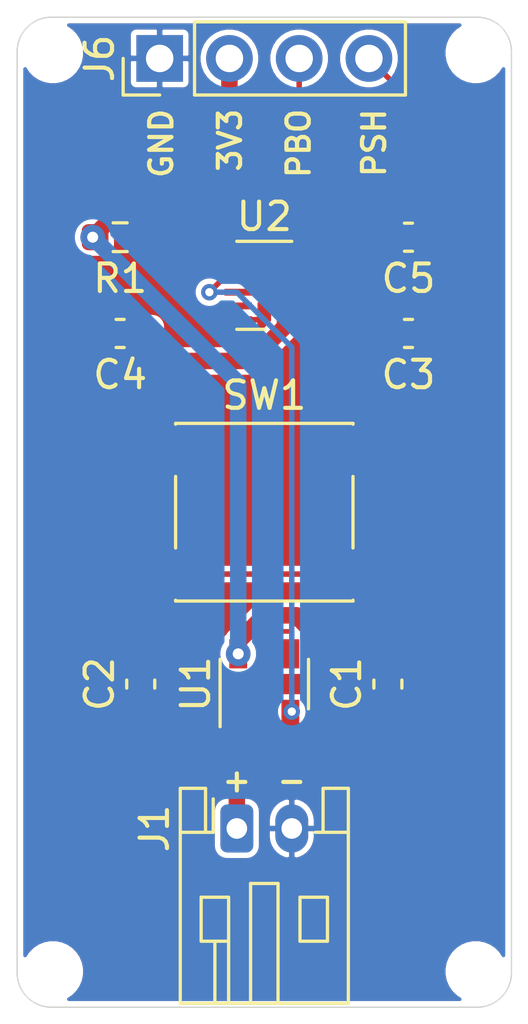
<source format=kicad_pcb>
(kicad_pcb (version 20171130) (host pcbnew "(5.1.7)-1")

  (general
    (thickness 1.6002)
    (drawings 14)
    (tracks 61)
    (zones 0)
    (modules 15)
    (nets 10)
  )

  (page A4)
  (layers
    (0 Front signal)
    (1 In1.Cu signal)
    (2 In2.Cu signal)
    (31 Back signal)
    (34 B.Paste user)
    (35 F.Paste user)
    (36 B.SilkS user)
    (37 F.SilkS user)
    (38 B.Mask user)
    (39 F.Mask user)
    (44 Edge.Cuts user)
    (45 Margin user)
    (46 B.CrtYd user)
    (47 F.CrtYd user)
    (49 F.Fab user hide)
  )

  (setup
    (last_trace_width 0.2)
    (user_trace_width 0.15)
    (user_trace_width 0.2)
    (user_trace_width 0.4)
    (user_trace_width 0.6)
    (trace_clearance 0.127)
    (zone_clearance 0.2)
    (zone_45_only no)
    (trace_min 0.127)
    (via_size 0.6)
    (via_drill 0.3)
    (via_min_size 0.6)
    (via_min_drill 0.3)
    (user_via 0.6 0.3)
    (user_via 0.9 0.4)
    (uvia_size 0.6858)
    (uvia_drill 0.3302)
    (uvias_allowed no)
    (uvia_min_size 0.2)
    (uvia_min_drill 0.1)
    (edge_width 0.0381)
    (segment_width 0.254)
    (pcb_text_width 0.3048)
    (pcb_text_size 1.524 1.524)
    (mod_edge_width 0.1524)
    (mod_text_size 0.8128 0.8128)
    (mod_text_width 0.1524)
    (pad_size 1.8 1.8)
    (pad_drill 1.8)
    (pad_to_mask_clearance 0)
    (solder_mask_min_width 0.12)
    (aux_axis_origin 0 0)
    (visible_elements 7FFFFFFF)
    (pcbplotparams
      (layerselection 0x010fc_ffffffff)
      (usegerberextensions false)
      (usegerberattributes true)
      (usegerberadvancedattributes true)
      (creategerberjobfile true)
      (excludeedgelayer true)
      (linewidth 0.100000)
      (plotframeref false)
      (viasonmask false)
      (mode 1)
      (useauxorigin false)
      (hpglpennumber 1)
      (hpglpenspeed 20)
      (hpglpendiameter 15.000000)
      (psnegative false)
      (psa4output false)
      (plotreference true)
      (plotvalue true)
      (plotinvisibletext false)
      (padsonsilk false)
      (subtractmaskfromsilk false)
      (outputformat 1)
      (mirror false)
      (drillshape 1)
      (scaleselection 1)
      (outputdirectory ""))
  )

  (net 0 "")
  (net 1 "Net-(SW1-Pad2)")
  (net 2 GND)
  (net 3 V_EN)
  (net 4 "Net-(C3-Pad2)")
  (net 5 "Net-(C5-Pad1)")
  (net 6 +BATT)
  (net 7 PB_OUT)
  (net 8 PS_HOLD)
  (net 9 +3V3)

  (net_class Default "This is the default net class."
    (clearance 0.127)
    (trace_width 0.127)
    (via_dia 0.6)
    (via_drill 0.3)
    (uvia_dia 0.6858)
    (uvia_drill 0.3302)
    (diff_pair_width 0.1524)
    (diff_pair_gap 0.254)
    (add_net +3V3)
    (add_net +BATT)
    (add_net GND)
    (add_net "Net-(C3-Pad2)")
    (add_net "Net-(C5-Pad1)")
    (add_net "Net-(SW1-Pad2)")
    (add_net PB_OUT)
    (add_net PS_HOLD)
    (add_net V_EN)
  )

  (module Package_DFN_QFN:TDFN-12_2x3mm_P0.5mm (layer Front) (tedit 5FAA71B6) (tstamp 5FA98912)
    (at 148.5 96.75 180)
    (descr "TDFN, 12 Pads, No exposed, http://www.st.com/resource/en/datasheet/stm6600.pdf")
    (tags DFN)
    (path /5FA92A11)
    (attr smd)
    (fp_text reference U2 (at 0 2.5 180) (layer F.SilkS)
      (effects (font (size 1 1) (thickness 0.15)))
    )
    (fp_text value STM6600 (at 0 3 180) (layer F.Fab)
      (effects (font (size 1 1) (thickness 0.15)))
    )
    (fp_line (start 1 -1.5) (end 1 1.5) (layer F.Fab) (width 0.1))
    (fp_line (start 1 1.5) (end -1 1.5) (layer F.Fab) (width 0.1))
    (fp_line (start -1 1.5) (end -1 -1) (layer F.Fab) (width 0.1))
    (fp_line (start -0.5 -1.5) (end 1 -1.5) (layer F.Fab) (width 0.1))
    (fp_line (start -0.5 -1.5) (end -1 -1) (layer F.Fab) (width 0.1))
    (fp_line (start 1 -1.6) (end 0 -1.6) (layer F.SilkS) (width 0.12))
    (fp_line (start 1 1.6) (end -1 1.6) (layer F.SilkS) (width 0.12))
    (fp_line (start 1.4 -1.75) (end -1.4 -1.75) (layer F.CrtYd) (width 0.05))
    (fp_line (start -1.4 -1.75) (end -1.4 1.75) (layer F.CrtYd) (width 0.05))
    (fp_line (start -1.4 1.75) (end 1.4 1.75) (layer F.CrtYd) (width 0.05))
    (fp_line (start 1.4 1.75) (end 1.4 -1.75) (layer F.CrtYd) (width 0.05))
    (fp_text user %R (at 0 0 180) (layer F.Fab)
      (effects (font (size 0.3 0.3) (thickness 0.03)))
    )
    (pad 12 smd rect (at 0.95 -1.25 180) (size 1 0.25) (layers Front F.Paste F.Mask)
      (net 2 GND))
    (pad 11 smd rect (at 0.95 -0.75 180) (size 1 0.25) (layers Front F.Paste F.Mask))
    (pad 10 smd rect (at 0.95 -0.25 180) (size 1 0.25) (layers Front F.Paste F.Mask))
    (pad 9 smd rect (at 0.95 0.25 180) (size 1 0.25) (layers Front F.Paste F.Mask)
      (net 3 V_EN))
    (pad 8 smd rect (at 0.95 0.75 180) (size 1 0.25) (layers Front F.Paste F.Mask)
      (net 7 PB_OUT))
    (pad 7 smd rect (at 0.95 1.25 180) (size 1 0.25) (layers Front F.Paste F.Mask))
    (pad 6 smd rect (at -0.95 1.25 180) (size 1 0.25) (layers Front F.Paste F.Mask)
      (net 1 "Net-(SW1-Pad2)"))
    (pad 5 smd rect (at -0.95 0.75 180) (size 1 0.25) (layers Front F.Paste F.Mask)
      (net 5 "Net-(C5-Pad1)"))
    (pad 4 smd rect (at -0.95 0.25 180) (size 1 0.25) (layers Front F.Paste F.Mask)
      (net 8 PS_HOLD))
    (pad 3 smd rect (at -0.95 -0.25 180) (size 1 0.25) (layers Front F.Paste F.Mask)
      (net 4 "Net-(C3-Pad2)"))
    (pad 2 smd rect (at -0.95 -0.75 180) (size 1 0.25) (layers Front F.Paste F.Mask)
      (net 1 "Net-(SW1-Pad2)"))
    (pad 1 smd rect (at -0.95 -1.25 180) (size 1 0.25) (layers Front F.Paste F.Mask)
      (net 6 +BATT))
    (model ${KISYS3DMOD}/Package_DFN_QFN.3dshapes/TDFN-12_2x3mm_P0.5mm.wrl
      (at (xyz 0 0 0))
      (scale (xyz 1 1 1))
      (rotate (xyz 0 0 0))
    )
  )

  (module one_button_interface:MountingHole_M1.6 (layer Front) (tedit 5FAA66FE) (tstamp 5FAAC75A)
    (at 156.2 121.7)
    (descr "Mounting Hole 2.1mm, no annular")
    (tags "mounting hole 2.1mm no annular")
    (path /5FAB779C)
    (attr virtual)
    (fp_text reference H4 (at 0 -3.2) (layer F.SilkS) hide
      (effects (font (size 1 1) (thickness 0.15)))
    )
    (fp_text value MountingHole (at 0 3.2) (layer F.Fab)
      (effects (font (size 1 1) (thickness 0.15)))
    )
    (fp_circle (center 0 0) (end 1.8 0) (layer Cmts.User) (width 0.15))
    (fp_circle (center 0 0) (end 1.9 0) (layer F.CrtYd) (width 0.05))
    (fp_text user %R (at 0.3 0) (layer F.Fab)
      (effects (font (size 1 1) (thickness 0.15)))
    )
    (pad "" np_thru_hole circle (at 0 0) (size 1.8 1.8) (drill 1.8) (layers *.Cu *.Mask))
  )

  (module one_button_interface:MountingHole_M1.6 (layer Front) (tedit 5FAA66FE) (tstamp 5FAAC752)
    (at 140.8 121.7)
    (descr "Mounting Hole 2.1mm, no annular")
    (tags "mounting hole 2.1mm no annular")
    (path /5FAB75B9)
    (attr virtual)
    (fp_text reference H3 (at 0 -3.2) (layer F.SilkS) hide
      (effects (font (size 1 1) (thickness 0.15)))
    )
    (fp_text value MountingHole (at 0 3.2) (layer F.Fab)
      (effects (font (size 1 1) (thickness 0.15)))
    )
    (fp_circle (center 0 0) (end 1.8 0) (layer Cmts.User) (width 0.15))
    (fp_circle (center 0 0) (end 1.9 0) (layer F.CrtYd) (width 0.05))
    (fp_text user %R (at 0.3 0) (layer F.Fab)
      (effects (font (size 1 1) (thickness 0.15)))
    )
    (pad "" np_thru_hole circle (at 0 0) (size 1.8 1.8) (drill 1.8) (layers *.Cu *.Mask))
  )

  (module one_button_interface:MountingHole_M1.6 (layer Front) (tedit 5FAA66FE) (tstamp 5FAAC74A)
    (at 156.2 88.3)
    (descr "Mounting Hole 2.1mm, no annular")
    (tags "mounting hole 2.1mm no annular")
    (path /5FAB741D)
    (attr virtual)
    (fp_text reference H2 (at 0 -3.2) (layer F.SilkS) hide
      (effects (font (size 1 1) (thickness 0.15)))
    )
    (fp_text value MountingHole (at 0 3.2) (layer F.Fab)
      (effects (font (size 1 1) (thickness 0.15)))
    )
    (fp_circle (center 0 0) (end 1.9 0) (layer F.CrtYd) (width 0.05))
    (fp_circle (center 0 0) (end 1.8 0) (layer Cmts.User) (width 0.15))
    (fp_text user %R (at 0.3 0) (layer F.Fab)
      (effects (font (size 1 1) (thickness 0.15)))
    )
    (pad "" np_thru_hole circle (at 0 0) (size 1.8 1.8) (drill 1.8) (layers *.Cu *.Mask))
  )

  (module one_button_interface:MountingHole_M1.6 (layer Front) (tedit 5FAA66FE) (tstamp 5FAAC8DE)
    (at 140.8 88.3)
    (descr "Mounting Hole 2.1mm, no annular")
    (tags "mounting hole 2.1mm no annular")
    (path /5FAB5A35)
    (attr virtual)
    (fp_text reference H1 (at 0 -3.2) (layer F.SilkS) hide
      (effects (font (size 1 1) (thickness 0.15)))
    )
    (fp_text value MountingHole (at 0 3.2) (layer F.Fab)
      (effects (font (size 1 1) (thickness 0.15)))
    )
    (fp_circle (center 0 0) (end 1.8 0) (layer Cmts.User) (width 0.15))
    (fp_circle (center 0 0) (end 1.9 0) (layer F.CrtYd) (width 0.05))
    (fp_text user %R (at 0.3 0) (layer F.Fab)
      (effects (font (size 1 1) (thickness 0.15)))
    )
    (pad "" np_thru_hole circle (at 0 0) (size 1.8 1.8) (drill 1.8) (layers *.Cu *.Mask))
  )

  (module Connector_PinHeader_2.54mm:PinHeader_1x04_P2.54mm_Vertical (layer Front) (tedit 59FED5CC) (tstamp 5FAA17B8)
    (at 144.69 88.5 90)
    (descr "Through hole straight pin header, 1x04, 2.54mm pitch, single row")
    (tags "Through hole pin header THT 1x04 2.54mm single row")
    (path /5FA9A3C0)
    (fp_text reference J6 (at 0 -2.19 90) (layer F.SilkS)
      (effects (font (size 1 1) (thickness 0.15)))
    )
    (fp_text value Conn_01x04 (at 0 9.95 90) (layer F.Fab)
      (effects (font (size 1 1) (thickness 0.15)))
    )
    (fp_line (start -0.635 -1.27) (end 1.27 -1.27) (layer F.Fab) (width 0.1))
    (fp_line (start 1.27 -1.27) (end 1.27 8.89) (layer F.Fab) (width 0.1))
    (fp_line (start 1.27 8.89) (end -1.27 8.89) (layer F.Fab) (width 0.1))
    (fp_line (start -1.27 8.89) (end -1.27 -0.635) (layer F.Fab) (width 0.1))
    (fp_line (start -1.27 -0.635) (end -0.635 -1.27) (layer F.Fab) (width 0.1))
    (fp_line (start -1.33 8.95) (end 1.33 8.95) (layer F.SilkS) (width 0.12))
    (fp_line (start -1.33 1.27) (end -1.33 8.95) (layer F.SilkS) (width 0.12))
    (fp_line (start 1.33 1.27) (end 1.33 8.95) (layer F.SilkS) (width 0.12))
    (fp_line (start -1.33 1.27) (end 1.33 1.27) (layer F.SilkS) (width 0.12))
    (fp_line (start -1.33 0) (end -1.33 -1.33) (layer F.SilkS) (width 0.12))
    (fp_line (start -1.33 -1.33) (end 0 -1.33) (layer F.SilkS) (width 0.12))
    (fp_line (start -1.8 -1.8) (end -1.8 9.4) (layer F.CrtYd) (width 0.05))
    (fp_line (start -1.8 9.4) (end 1.8 9.4) (layer F.CrtYd) (width 0.05))
    (fp_line (start 1.8 9.4) (end 1.8 -1.8) (layer F.CrtYd) (width 0.05))
    (fp_line (start 1.8 -1.8) (end -1.8 -1.8) (layer F.CrtYd) (width 0.05))
    (fp_text user %R (at 0 3.81) (layer F.Fab)
      (effects (font (size 1 1) (thickness 0.15)))
    )
    (pad 4 thru_hole oval (at 0 7.62 90) (size 1.7 1.7) (drill 1) (layers *.Cu *.Mask)
      (net 8 PS_HOLD))
    (pad 3 thru_hole oval (at 0 5.08 90) (size 1.7 1.7) (drill 1) (layers *.Cu *.Mask)
      (net 7 PB_OUT))
    (pad 2 thru_hole oval (at 0 2.54 90) (size 1.7 1.7) (drill 1) (layers *.Cu *.Mask)
      (net 9 +3V3))
    (pad 1 thru_hole rect (at 0 0 90) (size 1.7 1.7) (drill 1) (layers *.Cu *.Mask)
      (net 2 GND))
    (model ${KISYS3DMOD}/Connector_PinHeader_2.54mm.3dshapes/PinHeader_1x04_P2.54mm_Vertical.wrl
      (at (xyz 0 0 0))
      (scale (xyz 1 1 1))
      (rotate (xyz 0 0 0))
    )
  )

  (module Connector_JST:JST_PH_S2B-PH-K_1x02_P2.00mm_Horizontal (layer Front) (tedit 5B7745C6) (tstamp 5FA9DDF0)
    (at 147.5 116.5)
    (descr "JST PH series connector, S2B-PH-K (http://www.jst-mfg.com/product/pdf/eng/ePH.pdf), generated with kicad-footprint-generator")
    (tags "connector JST PH top entry")
    (path /5FA99F51)
    (fp_text reference J1 (at -3 0 90) (layer F.SilkS)
      (effects (font (size 1 1) (thickness 0.15)))
    )
    (fp_text value Conn_01x02_Male (at 1 7.45) (layer F.Fab)
      (effects (font (size 1 1) (thickness 0.15)))
    )
    (fp_line (start -0.86 0.14) (end -1.14 0.14) (layer F.SilkS) (width 0.12))
    (fp_line (start -1.14 0.14) (end -1.14 -1.46) (layer F.SilkS) (width 0.12))
    (fp_line (start -1.14 -1.46) (end -2.06 -1.46) (layer F.SilkS) (width 0.12))
    (fp_line (start -2.06 -1.46) (end -2.06 6.36) (layer F.SilkS) (width 0.12))
    (fp_line (start -2.06 6.36) (end 4.06 6.36) (layer F.SilkS) (width 0.12))
    (fp_line (start 4.06 6.36) (end 4.06 -1.46) (layer F.SilkS) (width 0.12))
    (fp_line (start 4.06 -1.46) (end 3.14 -1.46) (layer F.SilkS) (width 0.12))
    (fp_line (start 3.14 -1.46) (end 3.14 0.14) (layer F.SilkS) (width 0.12))
    (fp_line (start 3.14 0.14) (end 2.86 0.14) (layer F.SilkS) (width 0.12))
    (fp_line (start 0.5 6.36) (end 0.5 2) (layer F.SilkS) (width 0.12))
    (fp_line (start 0.5 2) (end 1.5 2) (layer F.SilkS) (width 0.12))
    (fp_line (start 1.5 2) (end 1.5 6.36) (layer F.SilkS) (width 0.12))
    (fp_line (start -2.06 0.14) (end -1.14 0.14) (layer F.SilkS) (width 0.12))
    (fp_line (start 4.06 0.14) (end 3.14 0.14) (layer F.SilkS) (width 0.12))
    (fp_line (start -1.3 2.5) (end -1.3 4.1) (layer F.SilkS) (width 0.12))
    (fp_line (start -1.3 4.1) (end -0.3 4.1) (layer F.SilkS) (width 0.12))
    (fp_line (start -0.3 4.1) (end -0.3 2.5) (layer F.SilkS) (width 0.12))
    (fp_line (start -0.3 2.5) (end -1.3 2.5) (layer F.SilkS) (width 0.12))
    (fp_line (start 3.3 2.5) (end 3.3 4.1) (layer F.SilkS) (width 0.12))
    (fp_line (start 3.3 4.1) (end 2.3 4.1) (layer F.SilkS) (width 0.12))
    (fp_line (start 2.3 4.1) (end 2.3 2.5) (layer F.SilkS) (width 0.12))
    (fp_line (start 2.3 2.5) (end 3.3 2.5) (layer F.SilkS) (width 0.12))
    (fp_line (start -0.3 4.1) (end -0.3 6.36) (layer F.SilkS) (width 0.12))
    (fp_line (start -0.8 4.1) (end -0.8 6.36) (layer F.SilkS) (width 0.12))
    (fp_line (start -2.45 -1.85) (end -2.45 6.75) (layer F.CrtYd) (width 0.05))
    (fp_line (start -2.45 6.75) (end 4.45 6.75) (layer F.CrtYd) (width 0.05))
    (fp_line (start 4.45 6.75) (end 4.45 -1.85) (layer F.CrtYd) (width 0.05))
    (fp_line (start 4.45 -1.85) (end -2.45 -1.85) (layer F.CrtYd) (width 0.05))
    (fp_line (start -1.25 0.25) (end -1.25 -1.35) (layer F.Fab) (width 0.1))
    (fp_line (start -1.25 -1.35) (end -1.95 -1.35) (layer F.Fab) (width 0.1))
    (fp_line (start -1.95 -1.35) (end -1.95 6.25) (layer F.Fab) (width 0.1))
    (fp_line (start -1.95 6.25) (end 3.95 6.25) (layer F.Fab) (width 0.1))
    (fp_line (start 3.95 6.25) (end 3.95 -1.35) (layer F.Fab) (width 0.1))
    (fp_line (start 3.95 -1.35) (end 3.25 -1.35) (layer F.Fab) (width 0.1))
    (fp_line (start 3.25 -1.35) (end 3.25 0.25) (layer F.Fab) (width 0.1))
    (fp_line (start 3.25 0.25) (end -1.25 0.25) (layer F.Fab) (width 0.1))
    (fp_line (start -0.86 0.14) (end -0.86 -1.075) (layer F.SilkS) (width 0.12))
    (fp_line (start 0 0.875) (end -0.5 1.375) (layer F.Fab) (width 0.1))
    (fp_line (start -0.5 1.375) (end 0.5 1.375) (layer F.Fab) (width 0.1))
    (fp_line (start 0.5 1.375) (end 0 0.875) (layer F.Fab) (width 0.1))
    (fp_text user %R (at 1 2.5) (layer F.Fab)
      (effects (font (size 1 1) (thickness 0.15)))
    )
    (pad 2 thru_hole oval (at 2 0) (size 1.2 1.75) (drill 0.75) (layers *.Cu *.Mask)
      (net 2 GND))
    (pad 1 thru_hole roundrect (at 0 0) (size 1.2 1.75) (drill 0.75) (layers *.Cu *.Mask) (roundrect_rratio 0.208333)
      (net 6 +BATT))
    (model ${KISYS3DMOD}/Connector_JST.3dshapes/JST_PH_S2B-PH-K_1x02_P2.00mm_Horizontal.wrl
      (at (xyz 0 0 0))
      (scale (xyz 1 1 1))
      (rotate (xyz 0 0 0))
    )
  )

  (module Capacitor_SMD:C_0603_1608Metric_Pad1.08x0.95mm_HandSolder (layer Front) (tedit 5F68FEEF) (tstamp 5FA9A9F4)
    (at 153.75 95)
    (descr "Capacitor SMD 0603 (1608 Metric), square (rectangular) end terminal, IPC_7351 nominal with elongated pad for handsoldering. (Body size source: IPC-SM-782 page 76, https://www.pcb-3d.com/wordpress/wp-content/uploads/ipc-sm-782a_amendment_1_and_2.pdf), generated with kicad-footprint-generator")
    (tags "capacitor handsolder")
    (path /5FAA6A04)
    (attr smd)
    (fp_text reference C5 (at 0 1.5) (layer F.SilkS)
      (effects (font (size 1 1) (thickness 0.15)))
    )
    (fp_text value 1uF (at 0 1.43) (layer F.Fab)
      (effects (font (size 1 1) (thickness 0.15)))
    )
    (fp_line (start 1.65 0.73) (end -1.65 0.73) (layer F.CrtYd) (width 0.05))
    (fp_line (start 1.65 -0.73) (end 1.65 0.73) (layer F.CrtYd) (width 0.05))
    (fp_line (start -1.65 -0.73) (end 1.65 -0.73) (layer F.CrtYd) (width 0.05))
    (fp_line (start -1.65 0.73) (end -1.65 -0.73) (layer F.CrtYd) (width 0.05))
    (fp_line (start -0.146267 0.51) (end 0.146267 0.51) (layer F.SilkS) (width 0.12))
    (fp_line (start -0.146267 -0.51) (end 0.146267 -0.51) (layer F.SilkS) (width 0.12))
    (fp_line (start 0.8 0.4) (end -0.8 0.4) (layer F.Fab) (width 0.1))
    (fp_line (start 0.8 -0.4) (end 0.8 0.4) (layer F.Fab) (width 0.1))
    (fp_line (start -0.8 -0.4) (end 0.8 -0.4) (layer F.Fab) (width 0.1))
    (fp_line (start -0.8 0.4) (end -0.8 -0.4) (layer F.Fab) (width 0.1))
    (fp_text user %R (at 0 0) (layer F.Fab)
      (effects (font (size 0.4 0.4) (thickness 0.06)))
    )
    (pad 2 smd roundrect (at 0.8625 0) (size 1.075 0.95) (layers Front F.Paste F.Mask) (roundrect_rratio 0.25)
      (net 2 GND))
    (pad 1 smd roundrect (at -0.8625 0) (size 1.075 0.95) (layers Front F.Paste F.Mask) (roundrect_rratio 0.25)
      (net 5 "Net-(C5-Pad1)"))
    (model ${KISYS3DMOD}/Capacitor_SMD.3dshapes/C_0603_1608Metric.wrl
      (at (xyz 0 0 0))
      (scale (xyz 1 1 1))
      (rotate (xyz 0 0 0))
    )
  )

  (module Capacitor_SMD:C_0603_1608Metric_Pad1.08x0.95mm_HandSolder (layer Front) (tedit 5F68FEEF) (tstamp 5FA9A9E3)
    (at 143.25 98.5)
    (descr "Capacitor SMD 0603 (1608 Metric), square (rectangular) end terminal, IPC_7351 nominal with elongated pad for handsoldering. (Body size source: IPC-SM-782 page 76, https://www.pcb-3d.com/wordpress/wp-content/uploads/ipc-sm-782a_amendment_1_and_2.pdf), generated with kicad-footprint-generator")
    (tags "capacitor handsolder")
    (path /5FAA6D6D)
    (attr smd)
    (fp_text reference C4 (at 0 1.5) (layer F.SilkS)
      (effects (font (size 1 1) (thickness 0.15)))
    )
    (fp_text value 0.1uF (at 0 1.43) (layer F.Fab)
      (effects (font (size 1 1) (thickness 0.15)))
    )
    (fp_line (start 1.65 0.73) (end -1.65 0.73) (layer F.CrtYd) (width 0.05))
    (fp_line (start 1.65 -0.73) (end 1.65 0.73) (layer F.CrtYd) (width 0.05))
    (fp_line (start -1.65 -0.73) (end 1.65 -0.73) (layer F.CrtYd) (width 0.05))
    (fp_line (start -1.65 0.73) (end -1.65 -0.73) (layer F.CrtYd) (width 0.05))
    (fp_line (start -0.146267 0.51) (end 0.146267 0.51) (layer F.SilkS) (width 0.12))
    (fp_line (start -0.146267 -0.51) (end 0.146267 -0.51) (layer F.SilkS) (width 0.12))
    (fp_line (start 0.8 0.4) (end -0.8 0.4) (layer F.Fab) (width 0.1))
    (fp_line (start 0.8 -0.4) (end 0.8 0.4) (layer F.Fab) (width 0.1))
    (fp_line (start -0.8 -0.4) (end 0.8 -0.4) (layer F.Fab) (width 0.1))
    (fp_line (start -0.8 0.4) (end -0.8 -0.4) (layer F.Fab) (width 0.1))
    (fp_text user %R (at 0 0) (layer F.Fab)
      (effects (font (size 0.4 0.4) (thickness 0.06)))
    )
    (pad 2 smd roundrect (at 0.8625 0) (size 1.075 0.95) (layers Front F.Paste F.Mask) (roundrect_rratio 0.25)
      (net 6 +BATT))
    (pad 1 smd roundrect (at -0.8625 0) (size 1.075 0.95) (layers Front F.Paste F.Mask) (roundrect_rratio 0.25)
      (net 2 GND))
    (model ${KISYS3DMOD}/Capacitor_SMD.3dshapes/C_0603_1608Metric.wrl
      (at (xyz 0 0 0))
      (scale (xyz 1 1 1))
      (rotate (xyz 0 0 0))
    )
  )

  (module Capacitor_SMD:C_0603_1608Metric_Pad1.08x0.95mm_HandSolder (layer Front) (tedit 5F68FEEF) (tstamp 5FA9A9D2)
    (at 153.75 98.5 180)
    (descr "Capacitor SMD 0603 (1608 Metric), square (rectangular) end terminal, IPC_7351 nominal with elongated pad for handsoldering. (Body size source: IPC-SM-782 page 76, https://www.pcb-3d.com/wordpress/wp-content/uploads/ipc-sm-782a_amendment_1_and_2.pdf), generated with kicad-footprint-generator")
    (tags "capacitor handsolder")
    (path /5FAA626B)
    (attr smd)
    (fp_text reference C3 (at 0 -1.5) (layer F.SilkS)
      (effects (font (size 1 1) (thickness 0.15)))
    )
    (fp_text value 1uF (at 0 1.43) (layer F.Fab)
      (effects (font (size 1 1) (thickness 0.15)))
    )
    (fp_line (start 1.65 0.73) (end -1.65 0.73) (layer F.CrtYd) (width 0.05))
    (fp_line (start 1.65 -0.73) (end 1.65 0.73) (layer F.CrtYd) (width 0.05))
    (fp_line (start -1.65 -0.73) (end 1.65 -0.73) (layer F.CrtYd) (width 0.05))
    (fp_line (start -1.65 0.73) (end -1.65 -0.73) (layer F.CrtYd) (width 0.05))
    (fp_line (start -0.146267 0.51) (end 0.146267 0.51) (layer F.SilkS) (width 0.12))
    (fp_line (start -0.146267 -0.51) (end 0.146267 -0.51) (layer F.SilkS) (width 0.12))
    (fp_line (start 0.8 0.4) (end -0.8 0.4) (layer F.Fab) (width 0.1))
    (fp_line (start 0.8 -0.4) (end 0.8 0.4) (layer F.Fab) (width 0.1))
    (fp_line (start -0.8 -0.4) (end 0.8 -0.4) (layer F.Fab) (width 0.1))
    (fp_line (start -0.8 0.4) (end -0.8 -0.4) (layer F.Fab) (width 0.1))
    (fp_text user %R (at 0 0) (layer F.Fab)
      (effects (font (size 0.4 0.4) (thickness 0.06)))
    )
    (pad 2 smd roundrect (at 0.8625 0 180) (size 1.075 0.95) (layers Front F.Paste F.Mask) (roundrect_rratio 0.25)
      (net 4 "Net-(C3-Pad2)"))
    (pad 1 smd roundrect (at -0.8625 0 180) (size 1.075 0.95) (layers Front F.Paste F.Mask) (roundrect_rratio 0.25)
      (net 2 GND))
    (model ${KISYS3DMOD}/Capacitor_SMD.3dshapes/C_0603_1608Metric.wrl
      (at (xyz 0 0 0))
      (scale (xyz 1 1 1))
      (rotate (xyz 0 0 0))
    )
  )

  (module Capacitor_SMD:C_0603_1608Metric_Pad1.08x0.95mm_HandSolder (layer Front) (tedit 5F68FEEF) (tstamp 5FA9A9C1)
    (at 144 111.25 90)
    (descr "Capacitor SMD 0603 (1608 Metric), square (rectangular) end terminal, IPC_7351 nominal with elongated pad for handsoldering. (Body size source: IPC-SM-782 page 76, https://www.pcb-3d.com/wordpress/wp-content/uploads/ipc-sm-782a_amendment_1_and_2.pdf), generated with kicad-footprint-generator")
    (tags "capacitor handsolder")
    (path /5FAA4C49)
    (attr smd)
    (fp_text reference C2 (at 0 -1.5 90) (layer F.SilkS)
      (effects (font (size 1 1) (thickness 0.15)))
    )
    (fp_text value 1uF (at 0 1.43 90) (layer F.Fab)
      (effects (font (size 1 1) (thickness 0.15)))
    )
    (fp_line (start 1.65 0.73) (end -1.65 0.73) (layer F.CrtYd) (width 0.05))
    (fp_line (start 1.65 -0.73) (end 1.65 0.73) (layer F.CrtYd) (width 0.05))
    (fp_line (start -1.65 -0.73) (end 1.65 -0.73) (layer F.CrtYd) (width 0.05))
    (fp_line (start -1.65 0.73) (end -1.65 -0.73) (layer F.CrtYd) (width 0.05))
    (fp_line (start -0.146267 0.51) (end 0.146267 0.51) (layer F.SilkS) (width 0.12))
    (fp_line (start -0.146267 -0.51) (end 0.146267 -0.51) (layer F.SilkS) (width 0.12))
    (fp_line (start 0.8 0.4) (end -0.8 0.4) (layer F.Fab) (width 0.1))
    (fp_line (start 0.8 -0.4) (end 0.8 0.4) (layer F.Fab) (width 0.1))
    (fp_line (start -0.8 -0.4) (end 0.8 -0.4) (layer F.Fab) (width 0.1))
    (fp_line (start -0.8 0.4) (end -0.8 -0.4) (layer F.Fab) (width 0.1))
    (fp_text user %R (at 0 0 90) (layer F.Fab)
      (effects (font (size 0.4 0.4) (thickness 0.06)))
    )
    (pad 2 smd roundrect (at 0.8625 0 90) (size 1.075 0.95) (layers Front F.Paste F.Mask) (roundrect_rratio 0.25)
      (net 2 GND))
    (pad 1 smd roundrect (at -0.8625 0 90) (size 1.075 0.95) (layers Front F.Paste F.Mask) (roundrect_rratio 0.25)
      (net 6 +BATT))
    (model ${KISYS3DMOD}/Capacitor_SMD.3dshapes/C_0603_1608Metric.wrl
      (at (xyz 0 0 0))
      (scale (xyz 1 1 1))
      (rotate (xyz 0 0 0))
    )
  )

  (module Button_Switch_SMD:SW_SPST_PTS645 (layer Front) (tedit 5A02FC95) (tstamp 5FA9D84D)
    (at 148.5 105)
    (descr "C&K Components SPST SMD PTS645 Series 6mm Tact Switch")
    (tags "SPST Button Switch")
    (path /5FA9CB2F)
    (attr smd)
    (fp_text reference SW1 (at 0 -4.25) (layer F.SilkS)
      (effects (font (size 1 1) (thickness 0.15)))
    )
    (fp_text value SW_MEC_5E (at 0 4.15) (layer F.Fab)
      (effects (font (size 1 1) (thickness 0.15)))
    )
    (fp_circle (center 0 0) (end 1.75 -0.05) (layer F.Fab) (width 0.1))
    (fp_line (start -3.23 3.23) (end 3.23 3.23) (layer F.SilkS) (width 0.12))
    (fp_line (start -3.23 -1.3) (end -3.23 1.3) (layer F.SilkS) (width 0.12))
    (fp_line (start -3.23 -3.23) (end 3.23 -3.23) (layer F.SilkS) (width 0.12))
    (fp_line (start 3.23 -1.3) (end 3.23 1.3) (layer F.SilkS) (width 0.12))
    (fp_line (start -3.23 -3.2) (end -3.23 -3.23) (layer F.SilkS) (width 0.12))
    (fp_line (start -3.23 3.23) (end -3.23 3.2) (layer F.SilkS) (width 0.12))
    (fp_line (start 3.23 3.23) (end 3.23 3.2) (layer F.SilkS) (width 0.12))
    (fp_line (start 3.23 -3.23) (end 3.23 -3.2) (layer F.SilkS) (width 0.12))
    (fp_line (start -5.05 -3.4) (end 5.05 -3.4) (layer F.CrtYd) (width 0.05))
    (fp_line (start -5.05 3.4) (end 5.05 3.4) (layer F.CrtYd) (width 0.05))
    (fp_line (start -5.05 -3.4) (end -5.05 3.4) (layer F.CrtYd) (width 0.05))
    (fp_line (start 5.05 3.4) (end 5.05 -3.4) (layer F.CrtYd) (width 0.05))
    (fp_line (start 3 -3) (end -3 -3) (layer F.Fab) (width 0.1))
    (fp_line (start 3 3) (end 3 -3) (layer F.Fab) (width 0.1))
    (fp_line (start -3 3) (end 3 3) (layer F.Fab) (width 0.1))
    (fp_line (start -3 -3) (end -3 3) (layer F.Fab) (width 0.1))
    (fp_text user %R (at 0 -4.05) (layer F.Fab)
      (effects (font (size 1 1) (thickness 0.15)))
    )
    (pad 2 smd rect (at 3.98 2.25) (size 1.55 1.3) (layers Front F.Paste F.Mask)
      (net 1 "Net-(SW1-Pad2)"))
    (pad 1 smd rect (at 3.98 -2.25) (size 1.55 1.3) (layers Front F.Paste F.Mask)
      (net 2 GND))
    (pad 1 smd rect (at -3.98 -2.25) (size 1.55 1.3) (layers Front F.Paste F.Mask)
      (net 2 GND))
    (pad 2 smd rect (at -3.98 2.25) (size 1.55 1.3) (layers Front F.Paste F.Mask)
      (net 1 "Net-(SW1-Pad2)"))
    (model ${KISYS3DMOD}/Button_Switch_SMD.3dshapes/SW_SPST_PTS645.wrl
      (at (xyz 0 0 0))
      (scale (xyz 1 1 1))
      (rotate (xyz 0 0 0))
    )
  )

  (module Package_TO_SOT_SMD:SOT-23-5 (layer Front) (tedit 5A02FF57) (tstamp 5FA988F6)
    (at 148.5 111.25 90)
    (descr "5-pin SOT23 package")
    (tags SOT-23-5)
    (path /5FA96CC5)
    (attr smd)
    (fp_text reference U1 (at 0 -2.5 90) (layer F.SilkS)
      (effects (font (size 1 1) (thickness 0.15)))
    )
    (fp_text value LD39015M33R (at 0 2.9 90) (layer F.Fab)
      (effects (font (size 1 1) (thickness 0.15)))
    )
    (fp_line (start 0.9 -1.55) (end 0.9 1.55) (layer F.Fab) (width 0.1))
    (fp_line (start 0.9 1.55) (end -0.9 1.55) (layer F.Fab) (width 0.1))
    (fp_line (start -0.9 -0.9) (end -0.9 1.55) (layer F.Fab) (width 0.1))
    (fp_line (start 0.9 -1.55) (end -0.25 -1.55) (layer F.Fab) (width 0.1))
    (fp_line (start -0.9 -0.9) (end -0.25 -1.55) (layer F.Fab) (width 0.1))
    (fp_line (start -1.9 1.8) (end -1.9 -1.8) (layer F.CrtYd) (width 0.05))
    (fp_line (start 1.9 1.8) (end -1.9 1.8) (layer F.CrtYd) (width 0.05))
    (fp_line (start 1.9 -1.8) (end 1.9 1.8) (layer F.CrtYd) (width 0.05))
    (fp_line (start -1.9 -1.8) (end 1.9 -1.8) (layer F.CrtYd) (width 0.05))
    (fp_line (start 0.9 -1.61) (end -1.55 -1.61) (layer F.SilkS) (width 0.12))
    (fp_line (start -0.9 1.61) (end 0.9 1.61) (layer F.SilkS) (width 0.12))
    (fp_text user %R (at 0 0) (layer F.Fab)
      (effects (font (size 0.5 0.5) (thickness 0.075)))
    )
    (pad 5 smd rect (at 1.1 -0.95 90) (size 1.06 0.65) (layers Front F.Paste F.Mask)
      (net 9 +3V3))
    (pad 4 smd rect (at 1.1 0.95 90) (size 1.06 0.65) (layers Front F.Paste F.Mask))
    (pad 3 smd rect (at -1.1 0.95 90) (size 1.06 0.65) (layers Front F.Paste F.Mask)
      (net 3 V_EN))
    (pad 2 smd rect (at -1.1 0 90) (size 1.06 0.65) (layers Front F.Paste F.Mask)
      (net 2 GND))
    (pad 1 smd rect (at -1.1 -0.95 90) (size 1.06 0.65) (layers Front F.Paste F.Mask)
      (net 6 +BATT))
    (model ${KISYS3DMOD}/Package_TO_SOT_SMD.3dshapes/SOT-23-5.wrl
      (at (xyz 0 0 0))
      (scale (xyz 1 1 1))
      (rotate (xyz 0 0 0))
    )
  )

  (module Resistor_SMD:R_0603_1608Metric_Pad0.98x0.95mm_HandSolder (layer Front) (tedit 5F68FEEE) (tstamp 5FA988C1)
    (at 143.25 95)
    (descr "Resistor SMD 0603 (1608 Metric), square (rectangular) end terminal, IPC_7351 nominal with elongated pad for handsoldering. (Body size source: IPC-SM-782 page 72, https://www.pcb-3d.com/wordpress/wp-content/uploads/ipc-sm-782a_amendment_1_and_2.pdf), generated with kicad-footprint-generator")
    (tags "resistor handsolder")
    (path /5FA9A911)
    (attr smd)
    (fp_text reference R1 (at 0 1.5) (layer F.SilkS)
      (effects (font (size 1 1) (thickness 0.15)))
    )
    (fp_text value 10K (at 0 1.43) (layer F.Fab)
      (effects (font (size 1 1) (thickness 0.15)))
    )
    (fp_line (start 1.65 0.73) (end -1.65 0.73) (layer F.CrtYd) (width 0.05))
    (fp_line (start 1.65 -0.73) (end 1.65 0.73) (layer F.CrtYd) (width 0.05))
    (fp_line (start -1.65 -0.73) (end 1.65 -0.73) (layer F.CrtYd) (width 0.05))
    (fp_line (start -1.65 0.73) (end -1.65 -0.73) (layer F.CrtYd) (width 0.05))
    (fp_line (start -0.254724 0.5225) (end 0.254724 0.5225) (layer F.SilkS) (width 0.12))
    (fp_line (start -0.254724 -0.5225) (end 0.254724 -0.5225) (layer F.SilkS) (width 0.12))
    (fp_line (start 0.8 0.4125) (end -0.8 0.4125) (layer F.Fab) (width 0.1))
    (fp_line (start 0.8 -0.4125) (end 0.8 0.4125) (layer F.Fab) (width 0.1))
    (fp_line (start -0.8 -0.4125) (end 0.8 -0.4125) (layer F.Fab) (width 0.1))
    (fp_line (start -0.8 0.4125) (end -0.8 -0.4125) (layer F.Fab) (width 0.1))
    (fp_text user %R (at 0 0) (layer F.Fab)
      (effects (font (size 0.4 0.4) (thickness 0.06)))
    )
    (pad 2 smd roundrect (at 0.9125 0) (size 0.975 0.95) (layers Front F.Paste F.Mask) (roundrect_rratio 0.25)
      (net 7 PB_OUT))
    (pad 1 smd roundrect (at -0.9125 0) (size 0.975 0.95) (layers Front F.Paste F.Mask) (roundrect_rratio 0.25)
      (net 9 +3V3))
    (model ${KISYS3DMOD}/Resistor_SMD.3dshapes/R_0603_1608Metric.wrl
      (at (xyz 0 0 0))
      (scale (xyz 1 1 1))
      (rotate (xyz 0 0 0))
    )
  )

  (module Capacitor_SMD:C_0603_1608Metric_Pad1.08x0.95mm_HandSolder (layer Front) (tedit 5F68FEEF) (tstamp 5FA988B0)
    (at 153 111.25 90)
    (descr "Capacitor SMD 0603 (1608 Metric), square (rectangular) end terminal, IPC_7351 nominal with elongated pad for handsoldering. (Body size source: IPC-SM-782 page 76, https://www.pcb-3d.com/wordpress/wp-content/uploads/ipc-sm-782a_amendment_1_and_2.pdf), generated with kicad-footprint-generator")
    (tags "capacitor handsolder")
    (path /5FA9A689)
    (attr smd)
    (fp_text reference C1 (at 0 -1.5 90) (layer F.SilkS)
      (effects (font (size 1 1) (thickness 0.15)))
    )
    (fp_text value 1uF (at 0 1.43 90) (layer F.Fab)
      (effects (font (size 1 1) (thickness 0.15)))
    )
    (fp_line (start 1.65 0.73) (end -1.65 0.73) (layer F.CrtYd) (width 0.05))
    (fp_line (start 1.65 -0.73) (end 1.65 0.73) (layer F.CrtYd) (width 0.05))
    (fp_line (start -1.65 -0.73) (end 1.65 -0.73) (layer F.CrtYd) (width 0.05))
    (fp_line (start -1.65 0.73) (end -1.65 -0.73) (layer F.CrtYd) (width 0.05))
    (fp_line (start -0.146267 0.51) (end 0.146267 0.51) (layer F.SilkS) (width 0.12))
    (fp_line (start -0.146267 -0.51) (end 0.146267 -0.51) (layer F.SilkS) (width 0.12))
    (fp_line (start 0.8 0.4) (end -0.8 0.4) (layer F.Fab) (width 0.1))
    (fp_line (start 0.8 -0.4) (end 0.8 0.4) (layer F.Fab) (width 0.1))
    (fp_line (start -0.8 -0.4) (end 0.8 -0.4) (layer F.Fab) (width 0.1))
    (fp_line (start -0.8 0.4) (end -0.8 -0.4) (layer F.Fab) (width 0.1))
    (fp_text user %R (at 0 0 90) (layer F.Fab)
      (effects (font (size 0.4 0.4) (thickness 0.06)))
    )
    (pad 2 smd roundrect (at 0.8625 0 90) (size 1.075 0.95) (layers Front F.Paste F.Mask) (roundrect_rratio 0.25)
      (net 2 GND))
    (pad 1 smd roundrect (at -0.8625 0 90) (size 1.075 0.95) (layers Front F.Paste F.Mask) (roundrect_rratio 0.25)
      (net 9 +3V3))
    (model ${KISYS3DMOD}/Capacitor_SMD.3dshapes/C_0603_1608Metric.wrl
      (at (xyz 0 0 0))
      (scale (xyz 1 1 1))
      (rotate (xyz 0 0 0))
    )
  )

  (gr_text - (at 149.5 114.75) (layer F.SilkS) (tstamp 5FAAD77F)
    (effects (font (size 0.8128 0.8128) (thickness 0.1524)))
  )
  (gr_text + (at 147.5 114.75) (layer F.SilkS) (tstamp 5FAAD77A)
    (effects (font (size 0.8128 0.8128) (thickness 0.1524)))
  )
  (gr_text PSH (at 152.5 90.25 90) (layer F.SilkS) (tstamp 5FAAD10C)
    (effects (font (size 0.8128 0.8128) (thickness 0.1524)) (justify right))
  )
  (gr_text PBO (at 149.75 90.25 90) (layer F.SilkS) (tstamp 5FAAD106)
    (effects (font (size 0.8128 0.8128) (thickness 0.1524)) (justify right))
  )
  (gr_text 3V3 (at 147.25 90.25 90) (layer F.SilkS) (tstamp 5FAAD101)
    (effects (font (size 0.8128 0.8128) (thickness 0.1524)) (justify right))
  )
  (gr_text GND (at 144.75 90.25 90) (layer F.SilkS)
    (effects (font (size 0.8128 0.8128) (thickness 0.1524)) (justify right))
  )
  (gr_arc (start 156.25 88.25) (end 157.5 88.25) (angle -90) (layer Edge.Cuts) (width 0.05))
  (gr_line (start 140.75 123) (end 156.25 123) (layer Edge.Cuts) (width 0.05) (tstamp 5FA9CA32))
  (gr_arc (start 156.25 121.75) (end 156.25 123) (angle -90) (layer Edge.Cuts) (width 0.05))
  (gr_arc (start 140.75 121.75) (end 139.5 121.75) (angle -90) (layer Edge.Cuts) (width 0.05))
  (gr_line (start 157.5 121.75) (end 157.5 88.25) (layer Edge.Cuts) (width 0.05) (tstamp 5FA9CA0A))
  (gr_line (start 139.5 88.25) (end 139.5 121.75) (layer Edge.Cuts) (width 0.05))
  (gr_line (start 140.75 87) (end 156.25 87) (layer Edge.Cuts) (width 0.05) (tstamp 5FA9CA09))
  (gr_arc (start 140.75 88.25) (end 140.75 87) (angle -90) (layer Edge.Cuts) (width 0.05))

  (segment (start 144.52 107.25) (end 152.48 107.25) (width 0.2) (layer Front) (net 1))
  (segment (start 149.85 97.5) (end 149.3 97.5) (width 0.2) (layer Front) (net 1))
  (segment (start 148.75 95.5) (end 148.5 95.75) (width 0.2) (layer Front) (net 1))
  (segment (start 149.3 95.5) (end 148.75 95.5) (width 0.2) (layer Front) (net 1))
  (segment (start 148.916398 97.5) (end 149.3 97.5) (width 0.2) (layer Front) (net 1))
  (segment (start 148.5 97.083602) (end 148.916398 97.5) (width 0.2) (layer Front) (net 1))
  (segment (start 148.5 95.75) (end 148.5 97.083602) (width 0.2) (layer Front) (net 1))
  (segment (start 149.983602 97.5) (end 149.45 97.5) (width 0.2) (layer Front) (net 1))
  (segment (start 153.482001 100.998399) (end 149.983602 97.5) (width 0.2) (layer Front) (net 1))
  (segment (start 153.482001 106.247999) (end 153.482001 100.998399) (width 0.2) (layer Front) (net 1))
  (segment (start 152.48 107.25) (end 153.482001 106.247999) (width 0.2) (layer Front) (net 1))
  (via (at 149.5 112.25) (size 0.6) (drill 0.3) (layers Front Back) (net 3))
  (via (at 146.5 97) (size 0.6) (drill 0.3) (layers Front Back) (net 3))
  (segment (start 147 96.5) (end 147.7 96.5) (width 0.2) (layer Front) (net 3))
  (segment (start 146.5 97) (end 147 96.5) (width 0.2) (layer Front) (net 3))
  (segment (start 146.5 97) (end 147.5 97) (width 0.2) (layer Back) (net 3))
  (segment (start 149.5 99) (end 149.5 112.25) (width 0.2) (layer Back) (net 3))
  (segment (start 147.5 97) (end 149.5 99) (width 0.2) (layer Back) (net 3))
  (segment (start 151.3875 97) (end 152.8875 98.5) (width 0.2) (layer Front) (net 4))
  (segment (start 149.3 97) (end 151.3875 97) (width 0.2) (layer Front) (net 4))
  (segment (start 151.8875 96) (end 152.8875 95) (width 0.2) (layer Front) (net 5))
  (segment (start 149.3 96) (end 151.8875 96) (width 0.2) (layer Front) (net 5))
  (segment (start 147.5 112.4) (end 147.55 112.35) (width 0.6) (layer Front) (net 6))
  (segment (start 147.5 116.5) (end 147.5 112.4) (width 0.6) (layer Front) (net 6))
  (segment (start 147.3125 112.1125) (end 147.55 112.35) (width 0.6) (layer Front) (net 6))
  (segment (start 144 112.1125) (end 147.3125 112.1125) (width 0.6) (layer Front) (net 6))
  (segment (start 144.1125 98.5) (end 144.25 98.5) (width 0.6) (layer Front) (net 6))
  (segment (start 144.25 98.5) (end 145.25 99.5) (width 0.6) (layer Front) (net 6))
  (segment (start 145.25 99.5) (end 148 99.5) (width 0.6) (layer Front) (net 6))
  (segment (start 148 99.5) (end 149.25 98.25) (width 0.6) (layer Front) (net 6))
  (segment (start 144 112.1125) (end 142.8625 112.1125) (width 0.6) (layer Front) (net 6))
  (segment (start 142.8625 112.1125) (end 142.25 111.5) (width 0.6) (layer Front) (net 6))
  (segment (start 142.25 111.5) (end 142.25 101) (width 0.6) (layer Front) (net 6))
  (segment (start 144.1125 99.1375) (end 144.1125 98.5) (width 0.6) (layer Front) (net 6))
  (segment (start 142.25 101) (end 144.1125 99.1375) (width 0.6) (layer Front) (net 6))
  (segment (start 149.45 98.05) (end 149.25 98.25) (width 0.2) (layer Front) (net 6))
  (segment (start 149.45 98) (end 149.45 98.05) (width 0.2) (layer Front) (net 6))
  (segment (start 145.1625 96) (end 147.7 96) (width 0.2) (layer Front) (net 7))
  (segment (start 144.1625 95) (end 145.1625 96) (width 0.2) (layer Front) (net 7))
  (segment (start 144.1625 95) (end 146.25 95) (width 0.2) (layer Front) (net 7))
  (segment (start 149.77 91.48) (end 149.77 88.5) (width 0.2) (layer Front) (net 7))
  (segment (start 146.25 95) (end 149.77 91.48) (width 0.2) (layer Front) (net 7))
  (segment (start 153.75 89.94) (end 152.31 88.5) (width 0.2) (layer Front) (net 8))
  (segment (start 153.75 95.5) (end 153.75 89.94) (width 0.2) (layer Front) (net 8))
  (segment (start 152.75 96.5) (end 153.75 95.5) (width 0.2) (layer Front) (net 8))
  (segment (start 149.3 96.5) (end 152.75 96.5) (width 0.2) (layer Front) (net 8))
  (segment (start 147.55 110.15) (end 147.55 110.15) (width 0.6) (layer Front) (net 9))
  (segment (start 147.55 109.7) (end 148.5 108.75) (width 0.6) (layer Front) (net 9))
  (segment (start 148.5 108.75) (end 149.673602 108.75) (width 0.6) (layer Front) (net 9))
  (segment (start 149.673602 108.786102) (end 153 112.1125) (width 0.6) (layer Front) (net 9))
  (segment (start 149.673602 108.75) (end 149.673602 108.786102) (width 0.6) (layer Front) (net 9))
  (segment (start 142.3375 95) (end 142.3375 94.9125) (width 0.6) (layer Front) (net 9))
  (segment (start 142.3375 94.9125) (end 147.25 90) (width 0.6) (layer Front) (net 9))
  (segment (start 147.23 89.98) (end 147.23 88.5) (width 0.6) (layer Front) (net 9))
  (segment (start 147.25 90) (end 147.23 89.98) (width 0.6) (layer Front) (net 9))
  (segment (start 147.55 110.15) (end 147.55 109.7) (width 0.6) (layer Front) (net 9) (tstamp 5FAAD611))
  (via (at 147.55 110.15) (size 0.9) (drill 0.4) (layers Front Back) (net 9) (status 1000000))
  (segment (start 147.55 110.15) (end 147.55 100.3) (width 0.6) (layer Back) (net 9))
  (segment (start 147.55 100.3) (end 142.25 95) (width 0.6) (layer Back) (net 9))
  (segment (start 142.25 95) (end 142.25 95) (width 0.6) (layer Back) (net 9) (tstamp 5FAAD622))
  (via (at 142.25 95) (size 0.9) (drill 0.4) (layers Front Back) (net 9))

  (zone (net 2) (net_name GND) (layer Front) (tstamp 5FAAEF09) (hatch edge 0.508)
    (connect_pads (clearance 0.2))
    (min_thickness 0.127)
    (fill yes (arc_segments 32) (thermal_gap 0.2) (thermal_bridge_width 0.2))
    (polygon
      (pts
        (xy 157.5 123) (xy 139.5 123) (xy 139.5 87) (xy 157.5 87)
      )
    )
    (filled_polygon
      (pts
        (xy 155.458312 87.39625) (xy 155.29625 87.558312) (xy 155.168919 87.748876) (xy 155.081212 87.960619) (xy 155.0365 88.185405)
        (xy 155.0365 88.414595) (xy 155.081212 88.639381) (xy 155.168919 88.851124) (xy 155.29625 89.041688) (xy 155.458312 89.20375)
        (xy 155.648876 89.331081) (xy 155.860619 89.418788) (xy 156.085405 89.4635) (xy 156.314595 89.4635) (xy 156.539381 89.418788)
        (xy 156.751124 89.331081) (xy 156.941688 89.20375) (xy 157.10375 89.041688) (xy 157.211501 88.880428) (xy 157.2115 121.119571)
        (xy 157.10375 120.958312) (xy 156.941688 120.79625) (xy 156.751124 120.668919) (xy 156.539381 120.581212) (xy 156.314595 120.5365)
        (xy 156.085405 120.5365) (xy 155.860619 120.581212) (xy 155.648876 120.668919) (xy 155.458312 120.79625) (xy 155.29625 120.958312)
        (xy 155.168919 121.148876) (xy 155.081212 121.360619) (xy 155.0365 121.585405) (xy 155.0365 121.814595) (xy 155.081212 122.039381)
        (xy 155.168919 122.251124) (xy 155.29625 122.441688) (xy 155.458312 122.60375) (xy 155.619571 122.7115) (xy 141.380429 122.7115)
        (xy 141.541688 122.60375) (xy 141.70375 122.441688) (xy 141.831081 122.251124) (xy 141.918788 122.039381) (xy 141.9635 121.814595)
        (xy 141.9635 121.585405) (xy 141.918788 121.360619) (xy 141.831081 121.148876) (xy 141.70375 120.958312) (xy 141.541688 120.79625)
        (xy 141.351124 120.668919) (xy 141.139381 120.581212) (xy 140.914595 120.5365) (xy 140.685405 120.5365) (xy 140.460619 120.581212)
        (xy 140.248876 120.668919) (xy 140.058312 120.79625) (xy 139.89625 120.958312) (xy 139.7885 121.119571) (xy 139.7885 98.975)
        (xy 141.585225 98.975) (xy 141.590313 99.026655) (xy 141.60538 99.076325) (xy 141.629848 99.122101) (xy 141.662776 99.162224)
        (xy 141.702899 99.195152) (xy 141.748675 99.21962) (xy 141.798345 99.234687) (xy 141.85 99.239775) (xy 142.285125 99.2385)
        (xy 142.351 99.172625) (xy 142.351 98.5365) (xy 142.424 98.5365) (xy 142.424 99.172625) (xy 142.489875 99.2385)
        (xy 142.925 99.239775) (xy 142.976655 99.234687) (xy 143.026325 99.21962) (xy 143.072101 99.195152) (xy 143.112224 99.162224)
        (xy 143.145152 99.122101) (xy 143.16962 99.076325) (xy 143.184687 99.026655) (xy 143.189775 98.975) (xy 143.1885 98.602375)
        (xy 143.122625 98.5365) (xy 142.424 98.5365) (xy 142.351 98.5365) (xy 141.652375 98.5365) (xy 141.5865 98.602375)
        (xy 141.585225 98.975) (xy 139.7885 98.975) (xy 139.7885 98.025) (xy 141.585225 98.025) (xy 141.5865 98.397625)
        (xy 141.652375 98.4635) (xy 142.351 98.4635) (xy 142.351 97.827375) (xy 142.424 97.827375) (xy 142.424 98.4635)
        (xy 143.122625 98.4635) (xy 143.1885 98.397625) (xy 143.189775 98.025) (xy 143.184687 97.973345) (xy 143.16962 97.923675)
        (xy 143.145152 97.877899) (xy 143.112224 97.837776) (xy 143.072101 97.804848) (xy 143.026325 97.78038) (xy 142.976655 97.765313)
        (xy 142.925 97.760225) (xy 142.489875 97.7615) (xy 142.424 97.827375) (xy 142.351 97.827375) (xy 142.285125 97.7615)
        (xy 141.85 97.760225) (xy 141.798345 97.765313) (xy 141.748675 97.78038) (xy 141.702899 97.804848) (xy 141.662776 97.837776)
        (xy 141.629848 97.877899) (xy 141.60538 97.923675) (xy 141.590313 97.973345) (xy 141.585225 98.025) (xy 139.7885 98.025)
        (xy 139.7885 94.929726) (xy 141.5365 94.929726) (xy 141.5365 95.070274) (xy 141.56392 95.20812) (xy 141.588076 95.266438)
        (xy 141.594877 95.335489) (xy 141.623459 95.429712) (xy 141.669874 95.516548) (xy 141.732339 95.592661) (xy 141.808452 95.655126)
        (xy 141.895288 95.701541) (xy 141.989511 95.730123) (xy 142.0875 95.739774) (xy 142.5875 95.739774) (xy 142.685489 95.730123)
        (xy 142.779712 95.701541) (xy 142.866548 95.655126) (xy 142.942661 95.592661) (xy 143.005126 95.516548) (xy 143.051541 95.429712)
        (xy 143.080123 95.335489) (xy 143.089774 95.2375) (xy 143.089774 94.957135) (xy 143.436196 94.610713) (xy 143.419877 94.664511)
        (xy 143.410226 94.7625) (xy 143.410226 95.2375) (xy 143.419877 95.335489) (xy 143.448459 95.429712) (xy 143.494874 95.516548)
        (xy 143.557339 95.592661) (xy 143.633452 95.655126) (xy 143.720288 95.701541) (xy 143.814511 95.730123) (xy 143.9125 95.739774)
        (xy 144.388208 95.739774) (xy 144.89285 96.244417) (xy 144.904224 96.258276) (xy 144.918082 96.269649) (xy 144.918088 96.269655)
        (xy 144.959573 96.303701) (xy 145.02272 96.337453) (xy 145.022722 96.337454) (xy 145.091242 96.35824) (xy 145.14465 96.3635)
        (xy 145.14466 96.3635) (xy 145.1625 96.365257) (xy 145.18034 96.3635) (xy 146.622433 96.3635) (xy 146.549433 96.4365)
        (xy 146.4445 96.4365) (xy 146.335633 96.458155) (xy 146.233082 96.500632) (xy 146.140789 96.562301) (xy 146.062301 96.640789)
        (xy 146.000632 96.733082) (xy 145.958155 96.835633) (xy 145.9365 96.9445) (xy 145.9365 97.0555) (xy 145.958155 97.164367)
        (xy 146.000632 97.266918) (xy 146.062301 97.359211) (xy 146.140789 97.437699) (xy 146.233082 97.499368) (xy 146.335633 97.541845)
        (xy 146.4445 97.5635) (xy 146.5555 97.5635) (xy 146.664367 97.541845) (xy 146.766918 97.499368) (xy 146.785226 97.487135)
        (xy 146.785226 97.625) (xy 146.790314 97.676655) (xy 146.805381 97.726325) (xy 146.818035 97.75) (xy 146.80538 97.773675)
        (xy 146.790313 97.823345) (xy 146.785225 97.875) (xy 146.7865 97.897625) (xy 146.852375 97.9635) (xy 147.5135 97.9635)
        (xy 147.5135 97.9435) (xy 147.5865 97.9435) (xy 147.5865 97.9635) (xy 148.247625 97.9635) (xy 148.3135 97.897625)
        (xy 148.314775 97.875) (xy 148.309687 97.823345) (xy 148.29462 97.773675) (xy 148.281965 97.75) (xy 148.294619 97.726325)
        (xy 148.309686 97.676655) (xy 148.314774 97.625) (xy 148.314774 97.412442) (xy 148.646748 97.744417) (xy 148.658122 97.758276)
        (xy 148.67198 97.769649) (xy 148.671986 97.769655) (xy 148.699701 97.7924) (xy 148.690314 97.823345) (xy 148.685226 97.875)
        (xy 148.685226 98.017864) (xy 147.766591 98.9365) (xy 145.483409 98.9365) (xy 144.914774 98.367865) (xy 144.914774 98.2625)
        (xy 144.905123 98.164511) (xy 144.893138 98.125) (xy 146.785225 98.125) (xy 146.790313 98.176655) (xy 146.80538 98.226325)
        (xy 146.829848 98.272101) (xy 146.862776 98.312224) (xy 146.902899 98.345152) (xy 146.948675 98.36962) (xy 146.998345 98.384687)
        (xy 147.05 98.389775) (xy 147.447625 98.3885) (xy 147.5135 98.322625) (xy 147.5135 98.0365) (xy 147.5865 98.0365)
        (xy 147.5865 98.322625) (xy 147.652375 98.3885) (xy 148.05 98.389775) (xy 148.101655 98.384687) (xy 148.151325 98.36962)
        (xy 148.197101 98.345152) (xy 148.237224 98.312224) (xy 148.270152 98.272101) (xy 148.29462 98.226325) (xy 148.309687 98.176655)
        (xy 148.314775 98.125) (xy 148.3135 98.102375) (xy 148.247625 98.0365) (xy 147.5865 98.0365) (xy 147.5135 98.0365)
        (xy 146.852375 98.0365) (xy 146.7865 98.102375) (xy 146.785225 98.125) (xy 144.893138 98.125) (xy 144.876541 98.070288)
        (xy 144.830126 97.983452) (xy 144.767661 97.907339) (xy 144.691548 97.844874) (xy 144.604712 97.798459) (xy 144.510489 97.769877)
        (xy 144.4125 97.760226) (xy 143.8125 97.760226) (xy 143.714511 97.769877) (xy 143.620288 97.798459) (xy 143.533452 97.844874)
        (xy 143.457339 97.907339) (xy 143.394874 97.983452) (xy 143.348459 98.070288) (xy 143.319877 98.164511) (xy 143.310226 98.2625)
        (xy 143.310226 98.7375) (xy 143.319877 98.835489) (xy 143.348459 98.929712) (xy 143.394874 99.016548) (xy 143.413657 99.039434)
        (xy 141.871112 100.581979) (xy 141.849619 100.599618) (xy 141.83198 100.621111) (xy 141.831975 100.621116) (xy 141.779201 100.685422)
        (xy 141.726876 100.783315) (xy 141.694654 100.889535) (xy 141.683775 101) (xy 141.686501 101.02768) (xy 141.6865 111.47233)
        (xy 141.683775 111.5) (xy 141.6865 111.52767) (xy 141.6865 111.527676) (xy 141.694654 111.610464) (xy 141.726875 111.716684)
        (xy 141.7792 111.814578) (xy 141.849618 111.900382) (xy 141.871116 111.918025) (xy 142.444475 112.491384) (xy 142.462118 112.512882)
        (xy 142.547922 112.5833) (xy 142.645815 112.635625) (xy 142.719813 112.658072) (xy 142.752034 112.667846) (xy 142.762142 112.668841)
        (xy 142.834823 112.676) (xy 142.83483 112.676) (xy 142.8625 112.678725) (xy 142.89017 112.676) (xy 143.336563 112.676)
        (xy 143.344874 112.691548) (xy 143.407339 112.767661) (xy 143.483452 112.830126) (xy 143.570288 112.876541) (xy 143.664511 112.905123)
        (xy 143.7625 112.914774) (xy 144.2375 112.914774) (xy 144.335489 112.905123) (xy 144.429712 112.876541) (xy 144.516548 112.830126)
        (xy 144.592661 112.767661) (xy 144.655126 112.691548) (xy 144.663437 112.676) (xy 146.936501 112.676) (xy 146.9365 115.408232)
        (xy 146.864006 115.446981) (xy 146.786 115.511) (xy 146.721981 115.589006) (xy 146.674411 115.678004) (xy 146.645117 115.774572)
        (xy 146.635226 115.874999) (xy 146.635226 117.125001) (xy 146.645117 117.225428) (xy 146.674411 117.321996) (xy 146.721981 117.410994)
        (xy 146.786 117.489) (xy 146.864006 117.553019) (xy 146.953004 117.600589) (xy 147.049572 117.629883) (xy 147.149999 117.639774)
        (xy 147.850001 117.639774) (xy 147.950428 117.629883) (xy 148.046996 117.600589) (xy 148.135994 117.553019) (xy 148.214 117.489)
        (xy 148.278019 117.410994) (xy 148.325589 117.321996) (xy 148.354883 117.225428) (xy 148.364774 117.125001) (xy 148.364774 116.5365)
        (xy 148.6365 116.5365) (xy 148.6365 116.8115) (xy 148.660213 116.979259) (xy 148.716198 117.139169) (xy 148.802304 117.285084)
        (xy 148.915222 117.411397) (xy 149.050613 117.513253) (xy 149.203274 117.586739) (xy 149.328989 117.621397) (xy 149.4635 117.571789)
        (xy 149.4635 116.5365) (xy 149.5365 116.5365) (xy 149.5365 117.571789) (xy 149.671011 117.621397) (xy 149.796726 117.586739)
        (xy 149.949387 117.513253) (xy 150.084778 117.411397) (xy 150.197696 117.285084) (xy 150.283802 117.139169) (xy 150.339787 116.979259)
        (xy 150.3635 116.8115) (xy 150.3635 116.5365) (xy 149.5365 116.5365) (xy 149.4635 116.5365) (xy 148.6365 116.5365)
        (xy 148.364774 116.5365) (xy 148.364774 116.1885) (xy 148.6365 116.1885) (xy 148.6365 116.4635) (xy 149.4635 116.4635)
        (xy 149.4635 115.428211) (xy 149.5365 115.428211) (xy 149.5365 116.4635) (xy 150.3635 116.4635) (xy 150.3635 116.1885)
        (xy 150.339787 116.020741) (xy 150.283802 115.860831) (xy 150.197696 115.714916) (xy 150.084778 115.588603) (xy 149.949387 115.486747)
        (xy 149.796726 115.413261) (xy 149.671011 115.378603) (xy 149.5365 115.428211) (xy 149.4635 115.428211) (xy 149.328989 115.378603)
        (xy 149.203274 115.413261) (xy 149.050613 115.486747) (xy 148.915222 115.588603) (xy 148.802304 115.714916) (xy 148.716198 115.860831)
        (xy 148.660213 116.020741) (xy 148.6365 116.1885) (xy 148.364774 116.1885) (xy 148.364774 115.874999) (xy 148.354883 115.774572)
        (xy 148.325589 115.678004) (xy 148.278019 115.589006) (xy 148.214 115.511) (xy 148.135994 115.446981) (xy 148.0635 115.408232)
        (xy 148.0635 113.119181) (xy 148.073675 113.12462) (xy 148.123345 113.139687) (xy 148.175 113.144775) (xy 148.397625 113.1435)
        (xy 148.4635 113.077625) (xy 148.4635 112.3865) (xy 148.4435 112.3865) (xy 148.4435 112.3135) (xy 148.4635 112.3135)
        (xy 148.4635 111.622375) (xy 148.5365 111.622375) (xy 148.5365 112.3135) (xy 148.5565 112.3135) (xy 148.5565 112.3865)
        (xy 148.5365 112.3865) (xy 148.5365 113.077625) (xy 148.602375 113.1435) (xy 148.825 113.144775) (xy 148.876655 113.139687)
        (xy 148.926325 113.12462) (xy 148.972101 113.100152) (xy 148.975 113.097773) (xy 148.977899 113.100152) (xy 149.023675 113.124619)
        (xy 149.073345 113.139686) (xy 149.125 113.144774) (xy 149.775 113.144774) (xy 149.826655 113.139686) (xy 149.876325 113.124619)
        (xy 149.922101 113.100152) (xy 149.962223 113.067223) (xy 149.995152 113.027101) (xy 150.019619 112.981325) (xy 150.034686 112.931655)
        (xy 150.039774 112.88) (xy 150.039774 112.419367) (xy 150.041845 112.414367) (xy 150.0635 112.3055) (xy 150.0635 112.1945)
        (xy 150.041845 112.085633) (xy 150.039774 112.080633) (xy 150.039774 111.82) (xy 150.034686 111.768345) (xy 150.019619 111.718675)
        (xy 149.995152 111.672899) (xy 149.962223 111.632777) (xy 149.922101 111.599848) (xy 149.876325 111.575381) (xy 149.826655 111.560314)
        (xy 149.775 111.555226) (xy 149.125 111.555226) (xy 149.073345 111.560314) (xy 149.023675 111.575381) (xy 148.977899 111.599848)
        (xy 148.975 111.602227) (xy 148.972101 111.599848) (xy 148.926325 111.57538) (xy 148.876655 111.560313) (xy 148.825 111.555225)
        (xy 148.602375 111.5565) (xy 148.5365 111.622375) (xy 148.4635 111.622375) (xy 148.397625 111.5565) (xy 148.175 111.555225)
        (xy 148.123345 111.560313) (xy 148.073675 111.57538) (xy 148.027899 111.599848) (xy 148.025 111.602227) (xy 148.022101 111.599848)
        (xy 147.976325 111.575381) (xy 147.926655 111.560314) (xy 147.875 111.555226) (xy 147.40339 111.555226) (xy 147.340177 111.549)
        (xy 147.34017 111.549) (xy 147.3125 111.546275) (xy 147.28483 111.549) (xy 144.663437 111.549) (xy 144.655126 111.533452)
        (xy 144.592661 111.457339) (xy 144.516548 111.394874) (xy 144.429712 111.348459) (xy 144.335489 111.319877) (xy 144.2375 111.310226)
        (xy 143.7625 111.310226) (xy 143.664511 111.319877) (xy 143.570288 111.348459) (xy 143.483452 111.394874) (xy 143.407339 111.457339)
        (xy 143.344874 111.533452) (xy 143.336563 111.549) (xy 143.095909 111.549) (xy 142.8135 111.266591) (xy 142.8135 110.925)
        (xy 143.260225 110.925) (xy 143.265313 110.976655) (xy 143.28038 111.026325) (xy 143.304848 111.072101) (xy 143.337776 111.112224)
        (xy 143.377899 111.145152) (xy 143.423675 111.16962) (xy 143.473345 111.184687) (xy 143.525 111.189775) (xy 143.897625 111.1885)
        (xy 143.9635 111.122625) (xy 143.9635 110.424) (xy 144.0365 110.424) (xy 144.0365 111.122625) (xy 144.102375 111.1885)
        (xy 144.475 111.189775) (xy 144.526655 111.184687) (xy 144.576325 111.16962) (xy 144.622101 111.145152) (xy 144.662224 111.112224)
        (xy 144.695152 111.072101) (xy 144.71962 111.026325) (xy 144.734687 110.976655) (xy 144.739775 110.925) (xy 144.7385 110.489875)
        (xy 144.672625 110.424) (xy 144.0365 110.424) (xy 143.9635 110.424) (xy 143.327375 110.424) (xy 143.2615 110.489875)
        (xy 143.260225 110.925) (xy 142.8135 110.925) (xy 142.8135 109.85) (xy 143.260225 109.85) (xy 143.2615 110.285125)
        (xy 143.327375 110.351) (xy 143.9635 110.351) (xy 143.9635 109.652375) (xy 144.0365 109.652375) (xy 144.0365 110.351)
        (xy 144.672625 110.351) (xy 144.7385 110.285125) (xy 144.739101 110.079726) (xy 146.8365 110.079726) (xy 146.8365 110.220274)
        (xy 146.86392 110.35812) (xy 146.917705 110.487969) (xy 146.960226 110.551606) (xy 146.960226 110.68) (xy 146.965314 110.731655)
        (xy 146.980381 110.781325) (xy 147.004848 110.827101) (xy 147.037777 110.867223) (xy 147.077899 110.900152) (xy 147.123675 110.924619)
        (xy 147.173345 110.939686) (xy 147.225 110.944774) (xy 147.875 110.944774) (xy 147.926655 110.939686) (xy 147.976325 110.924619)
        (xy 148.022101 110.900152) (xy 148.062223 110.867223) (xy 148.095152 110.827101) (xy 148.119619 110.781325) (xy 148.134686 110.731655)
        (xy 148.139774 110.68) (xy 148.139774 110.551606) (xy 148.182295 110.487969) (xy 148.23608 110.35812) (xy 148.2635 110.220274)
        (xy 148.2635 110.079726) (xy 148.23608 109.94188) (xy 148.197696 109.849213) (xy 148.733409 109.3135) (xy 149.404091 109.3135)
        (xy 149.445817 109.355226) (xy 149.125 109.355226) (xy 149.073345 109.360314) (xy 149.023675 109.375381) (xy 148.977899 109.399848)
        (xy 148.937777 109.432777) (xy 148.904848 109.472899) (xy 148.880381 109.518675) (xy 148.865314 109.568345) (xy 148.860226 109.62)
        (xy 148.860226 110.68) (xy 148.865314 110.731655) (xy 148.880381 110.781325) (xy 148.904848 110.827101) (xy 148.937777 110.867223)
        (xy 148.977899 110.900152) (xy 149.023675 110.924619) (xy 149.073345 110.939686) (xy 149.125 110.944774) (xy 149.775 110.944774)
        (xy 149.826655 110.939686) (xy 149.876325 110.924619) (xy 149.922101 110.900152) (xy 149.962223 110.867223) (xy 149.995152 110.827101)
        (xy 150.019619 110.781325) (xy 150.034686 110.731655) (xy 150.039774 110.68) (xy 150.039774 109.949183) (xy 152.260226 112.169636)
        (xy 152.260226 112.4125) (xy 152.269877 112.510489) (xy 152.298459 112.604712) (xy 152.344874 112.691548) (xy 152.407339 112.767661)
        (xy 152.483452 112.830126) (xy 152.570288 112.876541) (xy 152.664511 112.905123) (xy 152.7625 112.914774) (xy 153.2375 112.914774)
        (xy 153.335489 112.905123) (xy 153.429712 112.876541) (xy 153.516548 112.830126) (xy 153.592661 112.767661) (xy 153.655126 112.691548)
        (xy 153.701541 112.604712) (xy 153.730123 112.510489) (xy 153.739774 112.4125) (xy 153.739774 111.8125) (xy 153.730123 111.714511)
        (xy 153.701541 111.620288) (xy 153.655126 111.533452) (xy 153.592661 111.457339) (xy 153.516548 111.394874) (xy 153.429712 111.348459)
        (xy 153.335489 111.319877) (xy 153.2375 111.310226) (xy 152.994636 111.310226) (xy 152.872994 111.188584) (xy 152.897625 111.1885)
        (xy 152.9635 111.122625) (xy 152.9635 110.424) (xy 153.0365 110.424) (xy 153.0365 111.122625) (xy 153.102375 111.1885)
        (xy 153.475 111.189775) (xy 153.526655 111.184687) (xy 153.576325 111.16962) (xy 153.622101 111.145152) (xy 153.662224 111.112224)
        (xy 153.695152 111.072101) (xy 153.71962 111.026325) (xy 153.734687 110.976655) (xy 153.739775 110.925) (xy 153.7385 110.489875)
        (xy 153.672625 110.424) (xy 153.0365 110.424) (xy 152.9635 110.424) (xy 152.327375 110.424) (xy 152.2615 110.489875)
        (xy 152.261245 110.576836) (xy 151.534409 109.85) (xy 152.260225 109.85) (xy 152.2615 110.285125) (xy 152.327375 110.351)
        (xy 152.9635 110.351) (xy 152.9635 109.652375) (xy 153.0365 109.652375) (xy 153.0365 110.351) (xy 153.672625 110.351)
        (xy 153.7385 110.285125) (xy 153.739775 109.85) (xy 153.734687 109.798345) (xy 153.71962 109.748675) (xy 153.695152 109.702899)
        (xy 153.662224 109.662776) (xy 153.622101 109.629848) (xy 153.576325 109.60538) (xy 153.526655 109.590313) (xy 153.475 109.585225)
        (xy 153.102375 109.5865) (xy 153.0365 109.652375) (xy 152.9635 109.652375) (xy 152.897625 109.5865) (xy 152.525 109.585225)
        (xy 152.473345 109.590313) (xy 152.423675 109.60538) (xy 152.377899 109.629848) (xy 152.337776 109.662776) (xy 152.304848 109.702899)
        (xy 152.28038 109.748675) (xy 152.265313 109.798345) (xy 152.260225 109.85) (xy 151.534409 109.85) (xy 150.172616 108.488207)
        (xy 150.144402 108.435422) (xy 150.073984 108.349618) (xy 149.98818 108.2792) (xy 149.890287 108.226875) (xy 149.784067 108.194654)
        (xy 149.701279 108.1865) (xy 149.673602 108.183774) (xy 149.645925 108.1865) (xy 148.52767 108.1865) (xy 148.5 108.183775)
        (xy 148.47233 108.1865) (xy 148.472323 108.1865) (xy 148.399642 108.193659) (xy 148.389534 108.194654) (xy 148.357313 108.204428)
        (xy 148.283315 108.226875) (xy 148.185422 108.2792) (xy 148.099618 108.349618) (xy 148.081975 108.371116) (xy 147.171112 109.281979)
        (xy 147.149619 109.299618) (xy 147.13198 109.321111) (xy 147.131975 109.321116) (xy 147.087441 109.375381) (xy 147.079201 109.385422)
        (xy 147.066481 109.409219) (xy 147.037777 109.432777) (xy 147.004848 109.472899) (xy 146.980381 109.518675) (xy 146.965314 109.568345)
        (xy 146.960226 109.62) (xy 146.960226 109.748394) (xy 146.917705 109.812031) (xy 146.86392 109.94188) (xy 146.8365 110.079726)
        (xy 144.739101 110.079726) (xy 144.739775 109.85) (xy 144.734687 109.798345) (xy 144.71962 109.748675) (xy 144.695152 109.702899)
        (xy 144.662224 109.662776) (xy 144.622101 109.629848) (xy 144.576325 109.60538) (xy 144.526655 109.590313) (xy 144.475 109.585225)
        (xy 144.102375 109.5865) (xy 144.0365 109.652375) (xy 143.9635 109.652375) (xy 143.897625 109.5865) (xy 143.525 109.585225)
        (xy 143.473345 109.590313) (xy 143.423675 109.60538) (xy 143.377899 109.629848) (xy 143.337776 109.662776) (xy 143.304848 109.702899)
        (xy 143.28038 109.748675) (xy 143.265313 109.798345) (xy 143.260225 109.85) (xy 142.8135 109.85) (xy 142.8135 103.4)
        (xy 143.480225 103.4) (xy 143.485313 103.451655) (xy 143.50038 103.501325) (xy 143.524848 103.547101) (xy 143.557776 103.587224)
        (xy 143.597899 103.620152) (xy 143.643675 103.64462) (xy 143.693345 103.659687) (xy 143.745 103.664775) (xy 144.417625 103.6635)
        (xy 144.4835 103.597625) (xy 144.4835 102.7865) (xy 144.5565 102.7865) (xy 144.5565 103.597625) (xy 144.622375 103.6635)
        (xy 145.295 103.664775) (xy 145.346655 103.659687) (xy 145.396325 103.64462) (xy 145.442101 103.620152) (xy 145.482224 103.587224)
        (xy 145.515152 103.547101) (xy 145.53962 103.501325) (xy 145.554687 103.451655) (xy 145.559775 103.4) (xy 151.440225 103.4)
        (xy 151.445313 103.451655) (xy 151.46038 103.501325) (xy 151.484848 103.547101) (xy 151.517776 103.587224) (xy 151.557899 103.620152)
        (xy 151.603675 103.64462) (xy 151.653345 103.659687) (xy 151.705 103.664775) (xy 152.377625 103.6635) (xy 152.4435 103.597625)
        (xy 152.4435 102.7865) (xy 151.507375 102.7865) (xy 151.4415 102.852375) (xy 151.440225 103.4) (xy 145.559775 103.4)
        (xy 145.5585 102.852375) (xy 145.492625 102.7865) (xy 144.5565 102.7865) (xy 144.4835 102.7865) (xy 143.547375 102.7865)
        (xy 143.4815 102.852375) (xy 143.480225 103.4) (xy 142.8135 103.4) (xy 142.8135 102.1) (xy 143.480225 102.1)
        (xy 143.4815 102.647625) (xy 143.547375 102.7135) (xy 144.4835 102.7135) (xy 144.4835 101.902375) (xy 144.5565 101.902375)
        (xy 144.5565 102.7135) (xy 145.492625 102.7135) (xy 145.5585 102.647625) (xy 145.559775 102.1) (xy 151.440225 102.1)
        (xy 151.4415 102.647625) (xy 151.507375 102.7135) (xy 152.4435 102.7135) (xy 152.4435 101.902375) (xy 152.377625 101.8365)
        (xy 151.705 101.835225) (xy 151.653345 101.840313) (xy 151.603675 101.85538) (xy 151.557899 101.879848) (xy 151.517776 101.912776)
        (xy 151.484848 101.952899) (xy 151.46038 101.998675) (xy 151.445313 102.048345) (xy 151.440225 102.1) (xy 145.559775 102.1)
        (xy 145.554687 102.048345) (xy 145.53962 101.998675) (xy 145.515152 101.952899) (xy 145.482224 101.912776) (xy 145.442101 101.879848)
        (xy 145.396325 101.85538) (xy 145.346655 101.840313) (xy 145.295 101.835225) (xy 144.622375 101.8365) (xy 144.5565 101.902375)
        (xy 144.4835 101.902375) (xy 144.417625 101.8365) (xy 143.745 101.835225) (xy 143.693345 101.840313) (xy 143.643675 101.85538)
        (xy 143.597899 101.879848) (xy 143.557776 101.912776) (xy 143.524848 101.952899) (xy 143.50038 101.998675) (xy 143.485313 102.048345)
        (xy 143.480225 102.1) (xy 142.8135 102.1) (xy 142.8135 101.233409) (xy 144.491384 99.555525) (xy 144.500849 99.547758)
        (xy 144.831975 99.878884) (xy 144.849618 99.900382) (xy 144.935422 99.9708) (xy 145.033315 100.023125) (xy 145.107313 100.045572)
        (xy 145.139534 100.055346) (xy 145.149642 100.056341) (xy 145.222323 100.0635) (xy 145.22233 100.0635) (xy 145.25 100.066225)
        (xy 145.27767 100.0635) (xy 147.97233 100.0635) (xy 148 100.066225) (xy 148.02767 100.0635) (xy 148.027677 100.0635)
        (xy 148.110465 100.055346) (xy 148.216685 100.023125) (xy 148.314578 99.9708) (xy 148.400382 99.900382) (xy 148.418025 99.878884)
        (xy 149.668025 98.628885) (xy 149.720799 98.564579) (xy 149.773124 98.466686) (xy 149.796455 98.389774) (xy 149.95 98.389774)
        (xy 150.001655 98.384686) (xy 150.051325 98.369619) (xy 150.097101 98.345152) (xy 150.137223 98.312223) (xy 150.170152 98.272101)
        (xy 150.194619 98.226325) (xy 150.194908 98.225372) (xy 153.118502 101.148966) (xy 153.118502 101.835484) (xy 152.582375 101.8365)
        (xy 152.5165 101.902375) (xy 152.5165 102.7135) (xy 152.5365 102.7135) (xy 152.5365 102.7865) (xy 152.5165 102.7865)
        (xy 152.5165 103.597625) (xy 152.582375 103.6635) (xy 153.118501 103.664516) (xy 153.118501 106.097433) (xy 152.880708 106.335226)
        (xy 151.705 106.335226) (xy 151.653345 106.340314) (xy 151.603675 106.355381) (xy 151.557899 106.379848) (xy 151.517777 106.412777)
        (xy 151.484848 106.452899) (xy 151.460381 106.498675) (xy 151.445314 106.548345) (xy 151.440226 106.6) (xy 151.440226 106.8865)
        (xy 145.559774 106.8865) (xy 145.559774 106.6) (xy 145.554686 106.548345) (xy 145.539619 106.498675) (xy 145.515152 106.452899)
        (xy 145.482223 106.412777) (xy 145.442101 106.379848) (xy 145.396325 106.355381) (xy 145.346655 106.340314) (xy 145.295 106.335226)
        (xy 143.745 106.335226) (xy 143.693345 106.340314) (xy 143.643675 106.355381) (xy 143.597899 106.379848) (xy 143.557777 106.412777)
        (xy 143.524848 106.452899) (xy 143.500381 106.498675) (xy 143.485314 106.548345) (xy 143.480226 106.6) (xy 143.480226 107.9)
        (xy 143.485314 107.951655) (xy 143.500381 108.001325) (xy 143.524848 108.047101) (xy 143.557777 108.087223) (xy 143.597899 108.120152)
        (xy 143.643675 108.144619) (xy 143.693345 108.159686) (xy 143.745 108.164774) (xy 145.295 108.164774) (xy 145.346655 108.159686)
        (xy 145.396325 108.144619) (xy 145.442101 108.120152) (xy 145.482223 108.087223) (xy 145.515152 108.047101) (xy 145.539619 108.001325)
        (xy 145.554686 107.951655) (xy 145.559774 107.9) (xy 145.559774 107.6135) (xy 151.440226 107.6135) (xy 151.440226 107.9)
        (xy 151.445314 107.951655) (xy 151.460381 108.001325) (xy 151.484848 108.047101) (xy 151.517777 108.087223) (xy 151.557899 108.120152)
        (xy 151.603675 108.144619) (xy 151.653345 108.159686) (xy 151.705 108.164774) (xy 153.255 108.164774) (xy 153.306655 108.159686)
        (xy 153.356325 108.144619) (xy 153.402101 108.120152) (xy 153.442223 108.087223) (xy 153.475152 108.047101) (xy 153.499619 108.001325)
        (xy 153.514686 107.951655) (xy 153.519774 107.9) (xy 153.519774 106.724292) (xy 153.726418 106.517648) (xy 153.740276 106.506275)
        (xy 153.751651 106.492415) (xy 153.751655 106.492411) (xy 153.785701 106.450927) (xy 153.819454 106.387778) (xy 153.819455 106.387777)
        (xy 153.840241 106.319257) (xy 153.845501 106.265849) (xy 153.845501 106.26584) (xy 153.847258 106.248) (xy 153.845501 106.23016)
        (xy 153.845501 101.016238) (xy 153.847258 100.998398) (xy 153.845501 100.980558) (xy 153.845501 100.980549) (xy 153.840241 100.927141)
        (xy 153.819455 100.858621) (xy 153.785702 100.795473) (xy 153.785701 100.795471) (xy 153.751655 100.753987) (xy 153.740277 100.740123)
        (xy 153.726413 100.728745) (xy 150.361168 97.3635) (xy 151.236934 97.3635) (xy 152.089772 98.216338) (xy 152.085226 98.2625)
        (xy 152.085226 98.7375) (xy 152.094877 98.835489) (xy 152.123459 98.929712) (xy 152.169874 99.016548) (xy 152.232339 99.092661)
        (xy 152.308452 99.155126) (xy 152.395288 99.201541) (xy 152.489511 99.230123) (xy 152.5875 99.239774) (xy 153.1875 99.239774)
        (xy 153.285489 99.230123) (xy 153.379712 99.201541) (xy 153.466548 99.155126) (xy 153.542661 99.092661) (xy 153.605126 99.016548)
        (xy 153.627333 98.975) (xy 153.810225 98.975) (xy 153.815313 99.026655) (xy 153.83038 99.076325) (xy 153.854848 99.122101)
        (xy 153.887776 99.162224) (xy 153.927899 99.195152) (xy 153.973675 99.21962) (xy 154.023345 99.234687) (xy 154.075 99.239775)
        (xy 154.510125 99.2385) (xy 154.576 99.172625) (xy 154.576 98.5365) (xy 154.649 98.5365) (xy 154.649 99.172625)
        (xy 154.714875 99.2385) (xy 155.15 99.239775) (xy 155.201655 99.234687) (xy 155.251325 99.21962) (xy 155.297101 99.195152)
        (xy 155.337224 99.162224) (xy 155.370152 99.122101) (xy 155.39462 99.076325) (xy 155.409687 99.026655) (xy 155.414775 98.975)
        (xy 155.4135 98.602375) (xy 155.347625 98.5365) (xy 154.649 98.5365) (xy 154.576 98.5365) (xy 153.877375 98.5365)
        (xy 153.8115 98.602375) (xy 153.810225 98.975) (xy 153.627333 98.975) (xy 153.651541 98.929712) (xy 153.680123 98.835489)
        (xy 153.689774 98.7375) (xy 153.689774 98.2625) (xy 153.680123 98.164511) (xy 153.651541 98.070288) (xy 153.627334 98.025)
        (xy 153.810225 98.025) (xy 153.8115 98.397625) (xy 153.877375 98.4635) (xy 154.576 98.4635) (xy 154.576 97.827375)
        (xy 154.649 97.827375) (xy 154.649 98.4635) (xy 155.347625 98.4635) (xy 155.4135 98.397625) (xy 155.414775 98.025)
        (xy 155.409687 97.973345) (xy 155.39462 97.923675) (xy 155.370152 97.877899) (xy 155.337224 97.837776) (xy 155.297101 97.804848)
        (xy 155.251325 97.78038) (xy 155.201655 97.765313) (xy 155.15 97.760225) (xy 154.714875 97.7615) (xy 154.649 97.827375)
        (xy 154.576 97.827375) (xy 154.510125 97.7615) (xy 154.075 97.760225) (xy 154.023345 97.765313) (xy 153.973675 97.78038)
        (xy 153.927899 97.804848) (xy 153.887776 97.837776) (xy 153.854848 97.877899) (xy 153.83038 97.923675) (xy 153.815313 97.973345)
        (xy 153.810225 98.025) (xy 153.627334 98.025) (xy 153.605126 97.983452) (xy 153.542661 97.907339) (xy 153.466548 97.844874)
        (xy 153.379712 97.798459) (xy 153.285489 97.769877) (xy 153.1875 97.760226) (xy 152.661792 97.760226) (xy 151.765066 96.8635)
        (xy 152.73216 96.8635) (xy 152.75 96.865257) (xy 152.76784 96.8635) (xy 152.76785 96.8635) (xy 152.821258 96.85824)
        (xy 152.889778 96.837454) (xy 152.952926 96.803701) (xy 153.008276 96.758276) (xy 153.019654 96.744412) (xy 153.994422 95.769645)
        (xy 154.008275 95.758276) (xy 154.019645 95.744422) (xy 154.019655 95.744412) (xy 154.027315 95.735078) (xy 154.075 95.739775)
        (xy 154.510125 95.7385) (xy 154.576 95.672625) (xy 154.576 95.0365) (xy 154.649 95.0365) (xy 154.649 95.672625)
        (xy 154.714875 95.7385) (xy 155.15 95.739775) (xy 155.201655 95.734687) (xy 155.251325 95.71962) (xy 155.297101 95.695152)
        (xy 155.337224 95.662224) (xy 155.370152 95.622101) (xy 155.39462 95.576325) (xy 155.409687 95.526655) (xy 155.414775 95.475)
        (xy 155.4135 95.102375) (xy 155.347625 95.0365) (xy 154.649 95.0365) (xy 154.576 95.0365) (xy 154.556 95.0365)
        (xy 154.556 94.9635) (xy 154.576 94.9635) (xy 154.576 94.327375) (xy 154.649 94.327375) (xy 154.649 94.9635)
        (xy 155.347625 94.9635) (xy 155.4135 94.897625) (xy 155.414775 94.525) (xy 155.409687 94.473345) (xy 155.39462 94.423675)
        (xy 155.370152 94.377899) (xy 155.337224 94.337776) (xy 155.297101 94.304848) (xy 155.251325 94.28038) (xy 155.201655 94.265313)
        (xy 155.15 94.260225) (xy 154.714875 94.2615) (xy 154.649 94.327375) (xy 154.576 94.327375) (xy 154.510125 94.2615)
        (xy 154.1135 94.260338) (xy 154.1135 89.95784) (xy 154.115257 89.94) (xy 154.1135 89.92216) (xy 154.1135 89.92215)
        (xy 154.10824 89.868742) (xy 154.087454 89.800222) (xy 154.067727 89.763315) (xy 154.053701 89.737073) (xy 154.019655 89.695588)
        (xy 154.019649 89.695582) (xy 154.008276 89.681724) (xy 153.994417 89.670351) (xy 153.312803 88.988736) (xy 153.380709 88.824796)
        (xy 153.4235 88.60967) (xy 153.4235 88.39033) (xy 153.380709 88.175204) (xy 153.296771 87.97256) (xy 153.174912 87.790185)
        (xy 153.019815 87.635088) (xy 152.83744 87.513229) (xy 152.634796 87.429291) (xy 152.41967 87.3865) (xy 152.20033 87.3865)
        (xy 151.985204 87.429291) (xy 151.78256 87.513229) (xy 151.600185 87.635088) (xy 151.445088 87.790185) (xy 151.323229 87.97256)
        (xy 151.239291 88.175204) (xy 151.1965 88.39033) (xy 151.1965 88.60967) (xy 151.239291 88.824796) (xy 151.323229 89.02744)
        (xy 151.445088 89.209815) (xy 151.600185 89.364912) (xy 151.78256 89.486771) (xy 151.985204 89.570709) (xy 152.20033 89.6135)
        (xy 152.41967 89.6135) (xy 152.634796 89.570709) (xy 152.798736 89.502803) (xy 153.386501 90.090568) (xy 153.3865 94.302087)
        (xy 153.379712 94.298459) (xy 153.285489 94.269877) (xy 153.1875 94.260226) (xy 152.5875 94.260226) (xy 152.489511 94.269877)
        (xy 152.395288 94.298459) (xy 152.308452 94.344874) (xy 152.232339 94.407339) (xy 152.169874 94.483452) (xy 152.123459 94.570288)
        (xy 152.094877 94.664511) (xy 152.085226 94.7625) (xy 152.085226 95.2375) (xy 152.089772 95.283661) (xy 151.736934 95.6365)
        (xy 150.213641 95.6365) (xy 150.214774 95.625) (xy 150.214774 95.375) (xy 150.209686 95.323345) (xy 150.194619 95.273675)
        (xy 150.170152 95.227899) (xy 150.137223 95.187777) (xy 150.097101 95.154848) (xy 150.051325 95.130381) (xy 150.001655 95.115314)
        (xy 149.95 95.110226) (xy 148.95 95.110226) (xy 148.898345 95.115314) (xy 148.848675 95.130381) (xy 148.837227 95.1365)
        (xy 148.767839 95.1365) (xy 148.749999 95.134743) (xy 148.732159 95.1365) (xy 148.73215 95.1365) (xy 148.678742 95.14176)
        (xy 148.610222 95.162546) (xy 148.563018 95.187777) (xy 148.547072 95.1963) (xy 148.53267 95.20812) (xy 148.491724 95.241724)
        (xy 148.480346 95.255588) (xy 148.314774 95.42116) (xy 148.314774 95.375) (xy 148.309686 95.323345) (xy 148.294619 95.273675)
        (xy 148.270152 95.227899) (xy 148.237223 95.187777) (xy 148.197101 95.154848) (xy 148.151325 95.130381) (xy 148.101655 95.115314)
        (xy 148.05 95.110226) (xy 147.05 95.110226) (xy 146.998345 95.115314) (xy 146.948675 95.130381) (xy 146.902899 95.154848)
        (xy 146.862777 95.187777) (xy 146.829848 95.227899) (xy 146.805381 95.273675) (xy 146.790314 95.323345) (xy 146.785226 95.375)
        (xy 146.785226 95.625) (xy 146.786359 95.6365) (xy 145.313067 95.6365) (xy 145.040067 95.3635) (xy 146.23216 95.3635)
        (xy 146.25 95.365257) (xy 146.26784 95.3635) (xy 146.26785 95.3635) (xy 146.321258 95.35824) (xy 146.389778 95.337454)
        (xy 146.452926 95.303701) (xy 146.508276 95.258276) (xy 146.519655 95.244411) (xy 150.014422 91.749645) (xy 150.028275 91.738276)
        (xy 150.039645 91.724422) (xy 150.039655 91.724412) (xy 150.073701 91.682927) (xy 150.107454 91.619778) (xy 150.107454 91.619777)
        (xy 150.12824 91.551258) (xy 150.1335 91.49785) (xy 150.1335 91.49784) (xy 150.135257 91.48) (xy 150.1335 91.46216)
        (xy 150.1335 89.554677) (xy 150.29744 89.486771) (xy 150.479815 89.364912) (xy 150.634912 89.209815) (xy 150.756771 89.02744)
        (xy 150.840709 88.824796) (xy 150.8835 88.60967) (xy 150.8835 88.39033) (xy 150.840709 88.175204) (xy 150.756771 87.97256)
        (xy 150.634912 87.790185) (xy 150.479815 87.635088) (xy 150.29744 87.513229) (xy 150.094796 87.429291) (xy 149.87967 87.3865)
        (xy 149.66033 87.3865) (xy 149.445204 87.429291) (xy 149.24256 87.513229) (xy 149.060185 87.635088) (xy 148.905088 87.790185)
        (xy 148.783229 87.97256) (xy 148.699291 88.175204) (xy 148.6565 88.39033) (xy 148.6565 88.60967) (xy 148.699291 88.824796)
        (xy 148.783229 89.02744) (xy 148.905088 89.209815) (xy 149.060185 89.364912) (xy 149.24256 89.486771) (xy 149.406501 89.554678)
        (xy 149.4065 91.329433) (xy 146.099434 94.6365) (xy 144.896626 94.6365) (xy 144.876541 94.570288) (xy 144.830126 94.483452)
        (xy 144.767661 94.407339) (xy 144.691548 94.344874) (xy 144.604712 94.298459) (xy 144.510489 94.269877) (xy 144.4125 94.260226)
        (xy 143.9125 94.260226) (xy 143.814511 94.269877) (xy 143.760713 94.286196) (xy 147.628891 90.418019) (xy 147.650382 90.400382)
        (xy 147.668019 90.378891) (xy 147.668025 90.378885) (xy 147.720799 90.314579) (xy 147.773124 90.216686) (xy 147.805346 90.110466)
        (xy 147.816225 90.000001) (xy 147.805346 89.889535) (xy 147.7935 89.850485) (xy 147.7935 89.462676) (xy 147.939815 89.364912)
        (xy 148.094912 89.209815) (xy 148.216771 89.02744) (xy 148.300709 88.824796) (xy 148.3435 88.60967) (xy 148.3435 88.39033)
        (xy 148.300709 88.175204) (xy 148.216771 87.97256) (xy 148.094912 87.790185) (xy 147.939815 87.635088) (xy 147.75744 87.513229)
        (xy 147.554796 87.429291) (xy 147.33967 87.3865) (xy 147.12033 87.3865) (xy 146.905204 87.429291) (xy 146.70256 87.513229)
        (xy 146.520185 87.635088) (xy 146.365088 87.790185) (xy 146.243229 87.97256) (xy 146.159291 88.175204) (xy 146.1165 88.39033)
        (xy 146.1165 88.60967) (xy 146.159291 88.824796) (xy 146.243229 89.02744) (xy 146.365088 89.209815) (xy 146.520185 89.364912)
        (xy 146.6665 89.462677) (xy 146.6665 89.78659) (xy 142.192865 94.260226) (xy 142.0875 94.260226) (xy 141.989511 94.269877)
        (xy 141.895288 94.298459) (xy 141.808452 94.344874) (xy 141.732339 94.407339) (xy 141.669874 94.483452) (xy 141.623459 94.570288)
        (xy 141.594877 94.664511) (xy 141.588076 94.733562) (xy 141.56392 94.79188) (xy 141.5365 94.929726) (xy 139.7885 94.929726)
        (xy 139.7885 88.880429) (xy 139.89625 89.041688) (xy 140.058312 89.20375) (xy 140.248876 89.331081) (xy 140.460619 89.418788)
        (xy 140.685405 89.4635) (xy 140.914595 89.4635) (xy 141.139381 89.418788) (xy 141.305449 89.35) (xy 143.575225 89.35)
        (xy 143.580313 89.401655) (xy 143.59538 89.451325) (xy 143.619848 89.497101) (xy 143.652776 89.537224) (xy 143.692899 89.570152)
        (xy 143.738675 89.59462) (xy 143.788345 89.609687) (xy 143.84 89.614775) (xy 144.587625 89.6135) (xy 144.6535 89.547625)
        (xy 144.6535 88.5365) (xy 144.7265 88.5365) (xy 144.7265 89.547625) (xy 144.792375 89.6135) (xy 145.54 89.614775)
        (xy 145.591655 89.609687) (xy 145.641325 89.59462) (xy 145.687101 89.570152) (xy 145.727224 89.537224) (xy 145.760152 89.497101)
        (xy 145.78462 89.451325) (xy 145.799687 89.401655) (xy 145.804775 89.35) (xy 145.8035 88.602375) (xy 145.737625 88.5365)
        (xy 144.7265 88.5365) (xy 144.6535 88.5365) (xy 143.642375 88.5365) (xy 143.5765 88.602375) (xy 143.575225 89.35)
        (xy 141.305449 89.35) (xy 141.351124 89.331081) (xy 141.541688 89.20375) (xy 141.70375 89.041688) (xy 141.831081 88.851124)
        (xy 141.918788 88.639381) (xy 141.9635 88.414595) (xy 141.9635 88.185405) (xy 141.918788 87.960619) (xy 141.831081 87.748876)
        (xy 141.765015 87.65) (xy 143.575225 87.65) (xy 143.5765 88.397625) (xy 143.642375 88.4635) (xy 144.6535 88.4635)
        (xy 144.6535 87.452375) (xy 144.7265 87.452375) (xy 144.7265 88.4635) (xy 145.737625 88.4635) (xy 145.8035 88.397625)
        (xy 145.804775 87.65) (xy 145.799687 87.598345) (xy 145.78462 87.548675) (xy 145.760152 87.502899) (xy 145.727224 87.462776)
        (xy 145.687101 87.429848) (xy 145.641325 87.40538) (xy 145.591655 87.390313) (xy 145.54 87.385225) (xy 144.792375 87.3865)
        (xy 144.7265 87.452375) (xy 144.6535 87.452375) (xy 144.587625 87.3865) (xy 143.84 87.385225) (xy 143.788345 87.390313)
        (xy 143.738675 87.40538) (xy 143.692899 87.429848) (xy 143.652776 87.462776) (xy 143.619848 87.502899) (xy 143.59538 87.548675)
        (xy 143.580313 87.598345) (xy 143.575225 87.65) (xy 141.765015 87.65) (xy 141.70375 87.558312) (xy 141.541688 87.39625)
        (xy 141.380429 87.2885) (xy 155.619571 87.2885)
      )
    )
  )
  (zone (net 2) (net_name GND) (layer Back) (tstamp 5FAAEF06) (hatch edge 0.508)
    (connect_pads (clearance 0.2))
    (min_thickness 0.127)
    (fill yes (arc_segments 32) (thermal_gap 0.2) (thermal_bridge_width 0.2))
    (polygon
      (pts
        (xy 157.5 123) (xy 139.5 123) (xy 139.5 87) (xy 157.5 87)
      )
    )
    (filled_polygon
      (pts
        (xy 155.458312 87.39625) (xy 155.29625 87.558312) (xy 155.168919 87.748876) (xy 155.081212 87.960619) (xy 155.0365 88.185405)
        (xy 155.0365 88.414595) (xy 155.081212 88.639381) (xy 155.168919 88.851124) (xy 155.29625 89.041688) (xy 155.458312 89.20375)
        (xy 155.648876 89.331081) (xy 155.860619 89.418788) (xy 156.085405 89.4635) (xy 156.314595 89.4635) (xy 156.539381 89.418788)
        (xy 156.751124 89.331081) (xy 156.941688 89.20375) (xy 157.10375 89.041688) (xy 157.211501 88.880428) (xy 157.2115 121.119571)
        (xy 157.10375 120.958312) (xy 156.941688 120.79625) (xy 156.751124 120.668919) (xy 156.539381 120.581212) (xy 156.314595 120.5365)
        (xy 156.085405 120.5365) (xy 155.860619 120.581212) (xy 155.648876 120.668919) (xy 155.458312 120.79625) (xy 155.29625 120.958312)
        (xy 155.168919 121.148876) (xy 155.081212 121.360619) (xy 155.0365 121.585405) (xy 155.0365 121.814595) (xy 155.081212 122.039381)
        (xy 155.168919 122.251124) (xy 155.29625 122.441688) (xy 155.458312 122.60375) (xy 155.619571 122.7115) (xy 141.380429 122.7115)
        (xy 141.541688 122.60375) (xy 141.70375 122.441688) (xy 141.831081 122.251124) (xy 141.918788 122.039381) (xy 141.9635 121.814595)
        (xy 141.9635 121.585405) (xy 141.918788 121.360619) (xy 141.831081 121.148876) (xy 141.70375 120.958312) (xy 141.541688 120.79625)
        (xy 141.351124 120.668919) (xy 141.139381 120.581212) (xy 140.914595 120.5365) (xy 140.685405 120.5365) (xy 140.460619 120.581212)
        (xy 140.248876 120.668919) (xy 140.058312 120.79625) (xy 139.89625 120.958312) (xy 139.7885 121.119571) (xy 139.7885 115.874999)
        (xy 146.635226 115.874999) (xy 146.635226 117.125001) (xy 146.645117 117.225428) (xy 146.674411 117.321996) (xy 146.721981 117.410994)
        (xy 146.786 117.489) (xy 146.864006 117.553019) (xy 146.953004 117.600589) (xy 147.049572 117.629883) (xy 147.149999 117.639774)
        (xy 147.850001 117.639774) (xy 147.950428 117.629883) (xy 148.046996 117.600589) (xy 148.135994 117.553019) (xy 148.214 117.489)
        (xy 148.278019 117.410994) (xy 148.325589 117.321996) (xy 148.354883 117.225428) (xy 148.364774 117.125001) (xy 148.364774 116.5365)
        (xy 148.6365 116.5365) (xy 148.6365 116.8115) (xy 148.660213 116.979259) (xy 148.716198 117.139169) (xy 148.802304 117.285084)
        (xy 148.915222 117.411397) (xy 149.050613 117.513253) (xy 149.203274 117.586739) (xy 149.328989 117.621397) (xy 149.4635 117.571789)
        (xy 149.4635 116.5365) (xy 149.5365 116.5365) (xy 149.5365 117.571789) (xy 149.671011 117.621397) (xy 149.796726 117.586739)
        (xy 149.949387 117.513253) (xy 150.084778 117.411397) (xy 150.197696 117.285084) (xy 150.283802 117.139169) (xy 150.339787 116.979259)
        (xy 150.3635 116.8115) (xy 150.3635 116.5365) (xy 149.5365 116.5365) (xy 149.4635 116.5365) (xy 148.6365 116.5365)
        (xy 148.364774 116.5365) (xy 148.364774 116.1885) (xy 148.6365 116.1885) (xy 148.6365 116.4635) (xy 149.4635 116.4635)
        (xy 149.4635 115.428211) (xy 149.5365 115.428211) (xy 149.5365 116.4635) (xy 150.3635 116.4635) (xy 150.3635 116.1885)
        (xy 150.339787 116.020741) (xy 150.283802 115.860831) (xy 150.197696 115.714916) (xy 150.084778 115.588603) (xy 149.949387 115.486747)
        (xy 149.796726 115.413261) (xy 149.671011 115.378603) (xy 149.5365 115.428211) (xy 149.4635 115.428211) (xy 149.328989 115.378603)
        (xy 149.203274 115.413261) (xy 149.050613 115.486747) (xy 148.915222 115.588603) (xy 148.802304 115.714916) (xy 148.716198 115.860831)
        (xy 148.660213 116.020741) (xy 148.6365 116.1885) (xy 148.364774 116.1885) (xy 148.364774 115.874999) (xy 148.354883 115.774572)
        (xy 148.325589 115.678004) (xy 148.278019 115.589006) (xy 148.214 115.511) (xy 148.135994 115.446981) (xy 148.046996 115.399411)
        (xy 147.950428 115.370117) (xy 147.850001 115.360226) (xy 147.149999 115.360226) (xy 147.049572 115.370117) (xy 146.953004 115.399411)
        (xy 146.864006 115.446981) (xy 146.786 115.511) (xy 146.721981 115.589006) (xy 146.674411 115.678004) (xy 146.645117 115.774572)
        (xy 146.635226 115.874999) (xy 139.7885 115.874999) (xy 139.7885 94.929726) (xy 141.5365 94.929726) (xy 141.5365 95.070274)
        (xy 141.56392 95.20812) (xy 141.617705 95.337969) (xy 141.695789 95.45483) (xy 141.79517 95.554211) (xy 141.912031 95.632295)
        (xy 142.04188 95.68608) (xy 142.163329 95.710238) (xy 146.986501 100.53341) (xy 146.9865 109.709072) (xy 146.917705 109.812031)
        (xy 146.86392 109.94188) (xy 146.8365 110.079726) (xy 146.8365 110.220274) (xy 146.86392 110.35812) (xy 146.917705 110.487969)
        (xy 146.995789 110.60483) (xy 147.09517 110.704211) (xy 147.212031 110.782295) (xy 147.34188 110.83608) (xy 147.479726 110.8635)
        (xy 147.620274 110.8635) (xy 147.75812 110.83608) (xy 147.887969 110.782295) (xy 148.00483 110.704211) (xy 148.104211 110.60483)
        (xy 148.182295 110.487969) (xy 148.23608 110.35812) (xy 148.2635 110.220274) (xy 148.2635 110.079726) (xy 148.23608 109.94188)
        (xy 148.182295 109.812031) (xy 148.1135 109.709072) (xy 148.1135 100.32767) (xy 148.116225 100.3) (xy 148.1135 100.27233)
        (xy 148.1135 100.272323) (xy 148.105346 100.189535) (xy 148.073125 100.083315) (xy 148.0208 99.985422) (xy 147.950382 99.899618)
        (xy 147.928884 99.881975) (xy 144.991409 96.9445) (xy 145.9365 96.9445) (xy 145.9365 97.0555) (xy 145.958155 97.164367)
        (xy 146.000632 97.266918) (xy 146.062301 97.359211) (xy 146.140789 97.437699) (xy 146.233082 97.499368) (xy 146.335633 97.541845)
        (xy 146.4445 97.5635) (xy 146.5555 97.5635) (xy 146.664367 97.541845) (xy 146.766918 97.499368) (xy 146.859211 97.437699)
        (xy 146.93341 97.3635) (xy 147.349434 97.3635) (xy 149.1365 99.150567) (xy 149.136501 111.816589) (xy 149.062301 111.890789)
        (xy 149.000632 111.983082) (xy 148.958155 112.085633) (xy 148.9365 112.1945) (xy 148.9365 112.3055) (xy 148.958155 112.414367)
        (xy 149.000632 112.516918) (xy 149.062301 112.609211) (xy 149.140789 112.687699) (xy 149.233082 112.749368) (xy 149.335633 112.791845)
        (xy 149.4445 112.8135) (xy 149.5555 112.8135) (xy 149.664367 112.791845) (xy 149.766918 112.749368) (xy 149.859211 112.687699)
        (xy 149.937699 112.609211) (xy 149.999368 112.516918) (xy 150.041845 112.414367) (xy 150.0635 112.3055) (xy 150.0635 112.1945)
        (xy 150.041845 112.085633) (xy 149.999368 111.983082) (xy 149.937699 111.890789) (xy 149.8635 111.81659) (xy 149.8635 99.017839)
        (xy 149.865257 98.999999) (xy 149.8635 98.982159) (xy 149.8635 98.98215) (xy 149.85824 98.928742) (xy 149.837454 98.860222)
        (xy 149.803701 98.797074) (xy 149.8037 98.797072) (xy 149.769655 98.755588) (xy 149.769645 98.755578) (xy 149.758275 98.741724)
        (xy 149.744422 98.730355) (xy 147.769654 96.755588) (xy 147.758276 96.741724) (xy 147.702926 96.696299) (xy 147.639778 96.662546)
        (xy 147.571258 96.64176) (xy 147.51785 96.6365) (xy 147.51784 96.6365) (xy 147.5 96.634743) (xy 147.48216 96.6365)
        (xy 146.93341 96.6365) (xy 146.859211 96.562301) (xy 146.766918 96.500632) (xy 146.664367 96.458155) (xy 146.5555 96.4365)
        (xy 146.4445 96.4365) (xy 146.335633 96.458155) (xy 146.233082 96.500632) (xy 146.140789 96.562301) (xy 146.062301 96.640789)
        (xy 146.000632 96.733082) (xy 145.958155 96.835633) (xy 145.9365 96.9445) (xy 144.991409 96.9445) (xy 142.960238 94.913329)
        (xy 142.93608 94.79188) (xy 142.882295 94.662031) (xy 142.804211 94.54517) (xy 142.70483 94.445789) (xy 142.587969 94.367705)
        (xy 142.45812 94.31392) (xy 142.320274 94.2865) (xy 142.179726 94.2865) (xy 142.04188 94.31392) (xy 141.912031 94.367705)
        (xy 141.79517 94.445789) (xy 141.695789 94.54517) (xy 141.617705 94.662031) (xy 141.56392 94.79188) (xy 141.5365 94.929726)
        (xy 139.7885 94.929726) (xy 139.7885 88.880429) (xy 139.89625 89.041688) (xy 140.058312 89.20375) (xy 140.248876 89.331081)
        (xy 140.460619 89.418788) (xy 140.685405 89.4635) (xy 140.914595 89.4635) (xy 141.139381 89.418788) (xy 141.305449 89.35)
        (xy 143.575225 89.35) (xy 143.580313 89.401655) (xy 143.59538 89.451325) (xy 143.619848 89.497101) (xy 143.652776 89.537224)
        (xy 143.692899 89.570152) (xy 143.738675 89.59462) (xy 143.788345 89.609687) (xy 143.84 89.614775) (xy 144.587625 89.6135)
        (xy 144.6535 89.547625) (xy 144.6535 88.5365) (xy 144.7265 88.5365) (xy 144.7265 89.547625) (xy 144.792375 89.6135)
        (xy 145.54 89.614775) (xy 145.591655 89.609687) (xy 145.641325 89.59462) (xy 145.687101 89.570152) (xy 145.727224 89.537224)
        (xy 145.760152 89.497101) (xy 145.78462 89.451325) (xy 145.799687 89.401655) (xy 145.804775 89.35) (xy 145.8035 88.602375)
        (xy 145.737625 88.5365) (xy 144.7265 88.5365) (xy 144.6535 88.5365) (xy 143.642375 88.5365) (xy 143.5765 88.602375)
        (xy 143.575225 89.35) (xy 141.305449 89.35) (xy 141.351124 89.331081) (xy 141.541688 89.20375) (xy 141.70375 89.041688)
        (xy 141.831081 88.851124) (xy 141.918788 88.639381) (xy 141.9635 88.414595) (xy 141.9635 88.185405) (xy 141.918788 87.960619)
        (xy 141.831081 87.748876) (xy 141.765015 87.65) (xy 143.575225 87.65) (xy 143.5765 88.397625) (xy 143.642375 88.4635)
        (xy 144.6535 88.4635) (xy 144.6535 87.452375) (xy 144.7265 87.452375) (xy 144.7265 88.4635) (xy 145.737625 88.4635)
        (xy 145.8035 88.397625) (xy 145.803512 88.39033) (xy 146.1165 88.39033) (xy 146.1165 88.60967) (xy 146.159291 88.824796)
        (xy 146.243229 89.02744) (xy 146.365088 89.209815) (xy 146.520185 89.364912) (xy 146.70256 89.486771) (xy 146.905204 89.570709)
        (xy 147.12033 89.6135) (xy 147.33967 89.6135) (xy 147.554796 89.570709) (xy 147.75744 89.486771) (xy 147.939815 89.364912)
        (xy 148.094912 89.209815) (xy 148.216771 89.02744) (xy 148.300709 88.824796) (xy 148.3435 88.60967) (xy 148.3435 88.39033)
        (xy 148.6565 88.39033) (xy 148.6565 88.60967) (xy 148.699291 88.824796) (xy 148.783229 89.02744) (xy 148.905088 89.209815)
        (xy 149.060185 89.364912) (xy 149.24256 89.486771) (xy 149.445204 89.570709) (xy 149.66033 89.6135) (xy 149.87967 89.6135)
        (xy 150.094796 89.570709) (xy 150.29744 89.486771) (xy 150.479815 89.364912) (xy 150.634912 89.209815) (xy 150.756771 89.02744)
        (xy 150.840709 88.824796) (xy 150.8835 88.60967) (xy 150.8835 88.39033) (xy 151.1965 88.39033) (xy 151.1965 88.60967)
        (xy 151.239291 88.824796) (xy 151.323229 89.02744) (xy 151.445088 89.209815) (xy 151.600185 89.364912) (xy 151.78256 89.486771)
        (xy 151.985204 89.570709) (xy 152.20033 89.6135) (xy 152.41967 89.6135) (xy 152.634796 89.570709) (xy 152.83744 89.486771)
        (xy 153.019815 89.364912) (xy 153.174912 89.209815) (xy 153.296771 89.02744) (xy 153.380709 88.824796) (xy 153.4235 88.60967)
        (xy 153.4235 88.39033) (xy 153.380709 88.175204) (xy 153.296771 87.97256) (xy 153.174912 87.790185) (xy 153.019815 87.635088)
        (xy 152.83744 87.513229) (xy 152.634796 87.429291) (xy 152.41967 87.3865) (xy 152.20033 87.3865) (xy 151.985204 87.429291)
        (xy 151.78256 87.513229) (xy 151.600185 87.635088) (xy 151.445088 87.790185) (xy 151.323229 87.97256) (xy 151.239291 88.175204)
        (xy 151.1965 88.39033) (xy 150.8835 88.39033) (xy 150.840709 88.175204) (xy 150.756771 87.97256) (xy 150.634912 87.790185)
        (xy 150.479815 87.635088) (xy 150.29744 87.513229) (xy 150.094796 87.429291) (xy 149.87967 87.3865) (xy 149.66033 87.3865)
        (xy 149.445204 87.429291) (xy 149.24256 87.513229) (xy 149.060185 87.635088) (xy 148.905088 87.790185) (xy 148.783229 87.97256)
        (xy 148.699291 88.175204) (xy 148.6565 88.39033) (xy 148.3435 88.39033) (xy 148.300709 88.175204) (xy 148.216771 87.97256)
        (xy 148.094912 87.790185) (xy 147.939815 87.635088) (xy 147.75744 87.513229) (xy 147.554796 87.429291) (xy 147.33967 87.3865)
        (xy 147.12033 87.3865) (xy 146.905204 87.429291) (xy 146.70256 87.513229) (xy 146.520185 87.635088) (xy 146.365088 87.790185)
        (xy 146.243229 87.97256) (xy 146.159291 88.175204) (xy 146.1165 88.39033) (xy 145.803512 88.39033) (xy 145.804775 87.65)
        (xy 145.799687 87.598345) (xy 145.78462 87.548675) (xy 145.760152 87.502899) (xy 145.727224 87.462776) (xy 145.687101 87.429848)
        (xy 145.641325 87.40538) (xy 145.591655 87.390313) (xy 145.54 87.385225) (xy 144.792375 87.3865) (xy 144.7265 87.452375)
        (xy 144.6535 87.452375) (xy 144.587625 87.3865) (xy 143.84 87.385225) (xy 143.788345 87.390313) (xy 143.738675 87.40538)
        (xy 143.692899 87.429848) (xy 143.652776 87.462776) (xy 143.619848 87.502899) (xy 143.59538 87.548675) (xy 143.580313 87.598345)
        (xy 143.575225 87.65) (xy 141.765015 87.65) (xy 141.70375 87.558312) (xy 141.541688 87.39625) (xy 141.380429 87.2885)
        (xy 155.619571 87.2885)
      )
    )
  )
)

</source>
